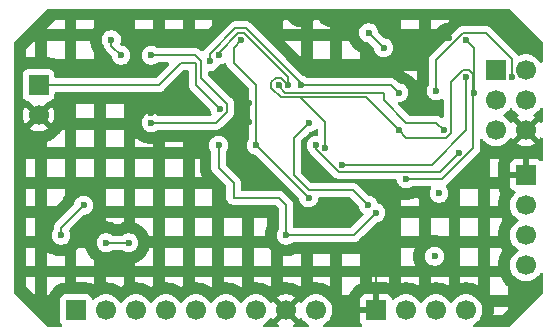
<source format=gbr>
%TF.GenerationSoftware,KiCad,Pcbnew,9.0.4*%
%TF.CreationDate,2025-09-30T03:14:49+08:00*%
%TF.ProjectId,MCU Datalogger,4d435520-4461-4746-916c-6f676765722e,1*%
%TF.SameCoordinates,Original*%
%TF.FileFunction,Copper,L2,Bot*%
%TF.FilePolarity,Positive*%
%FSLAX46Y46*%
G04 Gerber Fmt 4.6, Leading zero omitted, Abs format (unit mm)*
G04 Created by KiCad (PCBNEW 9.0.4) date 2025-09-30 03:14:49*
%MOMM*%
%LPD*%
G01*
G04 APERTURE LIST*
%TA.AperFunction,ComponentPad*%
%ADD10R,1.700000X1.700000*%
%TD*%
%TA.AperFunction,ComponentPad*%
%ADD11C,1.700000*%
%TD*%
%TA.AperFunction,ViaPad*%
%ADD12C,0.600000*%
%TD*%
%TA.AperFunction,Conductor*%
%ADD13C,0.200000*%
%TD*%
G04 APERTURE END LIST*
D10*
%TO.P,J3,1,Pin_1*%
%TO.N,GND*%
X120015000Y-84455000D03*
D11*
%TO.P,J3,2,Pin_2*%
%TO.N,/Vcc*%
X122555000Y-84455000D03*
%TO.P,J3,3,Pin_3*%
%TO.N,/RX*%
X125095000Y-84455000D03*
%TO.P,J3,4,Pin_4*%
%TO.N,/TX*%
X127635000Y-84455000D03*
%TD*%
%TO.P,J1,9,Pin_9*%
%TO.N,/Vcc*%
X114935000Y-84455000D03*
%TO.P,J1,8,Pin_8*%
%TO.N,GND*%
X112395000Y-84455000D03*
%TO.P,J1,7,Pin_7*%
%TO.N,/D8*%
X109855000Y-84455000D03*
%TO.P,J1,6,Pin_6*%
%TO.N,/D7*%
X107315000Y-84455000D03*
%TO.P,J1,5,Pin_5*%
%TO.N,/D6*%
X104775000Y-84455000D03*
%TO.P,J1,4,Pin_4*%
%TO.N,/D5*%
X102235000Y-84455000D03*
%TO.P,J1,3,Pin_3*%
%TO.N,/D4*%
X99695000Y-84455000D03*
%TO.P,J1,2,Pin_2*%
%TO.N,/D3*%
X97155000Y-84455000D03*
D10*
%TO.P,J1,1,Pin_1*%
%TO.N,/D2*%
X94615000Y-84455000D03*
%TD*%
%TO.P,BT1,1,+*%
%TO.N,Net-(BT1-+)*%
X91440000Y-65400000D03*
D11*
%TO.P,BT1,2,-*%
%TO.N,GND*%
X91440000Y-67940000D03*
%TD*%
D10*
%TO.P,J4,1,Pin_1*%
%TO.N,/MISO*%
X130170000Y-64135000D03*
D11*
%TO.P,J4,2,Pin_2*%
%TO.N,/Vcc*%
X132710000Y-64135000D03*
%TO.P,J4,3,Pin_3*%
%TO.N,/SCK*%
X130170000Y-66675000D03*
%TO.P,J4,4,Pin_4*%
%TO.N,/MOSI*%
X132710000Y-66675000D03*
%TO.P,J4,5,Pin_5*%
%TO.N,/RESET*%
X130170000Y-69215000D03*
%TO.P,J4,6,Pin_6*%
%TO.N,GND*%
X132710000Y-69215000D03*
%TD*%
D10*
%TO.P,J2,1,Pin_1*%
%TO.N,GND*%
X132715000Y-73025000D03*
D11*
%TO.P,J2,2,Pin_2*%
%TO.N,/Vcc*%
X132715000Y-75565000D03*
%TO.P,J2,3,Pin_3*%
%TO.N,/SDA*%
X132715000Y-78105000D03*
%TO.P,J2,4,Pin_4*%
%TO.N,/SCK*%
X132715000Y-80645000D03*
%TD*%
D12*
%TO.N,*%
X124968000Y-79883000D03*
X125349000Y-74549000D03*
%TO.N,GND*%
X100965000Y-67779997D03*
%TO.N,Net-(D2-K)*%
X120650000Y-62230000D03*
X119380000Y-60960000D03*
%TO.N,GND*%
X126150764Y-61380764D03*
X122555000Y-62230000D03*
X118110000Y-59690000D03*
%TO.N,/Vcc*%
X98425000Y-62865000D03*
X97611473Y-61560000D03*
%TO.N,GND*%
X116255000Y-59227074D03*
X113665000Y-59220000D03*
%TO.N,/Vcc*%
X97155000Y-78740000D03*
X99060000Y-78740000D03*
%TO.N,GND*%
X120756765Y-79903235D03*
%TO.N,/Vcc*%
X125095000Y-65886000D03*
X131520002Y-64686000D03*
%TO.N,GND*%
X109255000Y-66900227D03*
X109255000Y-68500226D03*
X111175000Y-59227074D03*
X108585000Y-59220000D03*
%TO.N,Net-(U2-X2)*%
X95250000Y-75565000D03*
X93345000Y-78105000D03*
%TO.N,/SCK*%
X100965000Y-62865000D03*
X100965000Y-68580000D03*
%TO.N,Net-(BT1-+)*%
X106786765Y-67416765D03*
%TO.N,Net-(U4-PB6)*%
X120015000Y-76200000D03*
X112395000Y-78105000D03*
X106680000Y-70485000D03*
%TO.N,Net-(U4-PB7)*%
X108585000Y-61595000D03*
X114300000Y-74930000D03*
X109855000Y-70485000D03*
%TO.N,Net-(U4-AREF)*%
X114300000Y-68580000D03*
X119352863Y-75568676D03*
%TO.N,/SCK*%
X122555000Y-73330265D03*
X127635000Y-61595000D03*
X115708660Y-70688604D03*
X121920000Y-69215000D03*
X112560003Y-65405000D03*
X106680000Y-62865000D03*
X128270000Y-66040000D03*
%TO.N,/SDA*%
X113665000Y-65405000D03*
X121920000Y-66040000D03*
X105938235Y-63393235D03*
%TO.N,/RESET*%
X125730000Y-69215000D03*
X111760000Y-65405000D03*
%TO.N,/MOSI*%
X127000000Y-71120000D03*
X114935000Y-70485000D03*
%TO.N,/MISO*%
X117100735Y-72129265D03*
X127635000Y-64686000D03*
%TD*%
D13*
%TO.N,Net-(D2-K)*%
X120650000Y-62230000D02*
X119380000Y-60960000D01*
%TO.N,/Vcc*%
X97611473Y-62051473D02*
X98425000Y-62865000D01*
X97611473Y-61560000D02*
X97611473Y-62051473D01*
%TO.N,GND*%
X116255000Y-59227074D02*
X113672074Y-59227074D01*
X113672074Y-59227074D02*
X113665000Y-59220000D01*
%TO.N,/Vcc*%
X125940029Y-62440029D02*
X125095000Y-63285057D01*
X127386057Y-60994000D02*
X125940029Y-62440029D01*
X97155000Y-78740000D02*
X99060000Y-78740000D01*
%TO.N,GND*%
X120015000Y-80645000D02*
X120015000Y-84455000D01*
X120756765Y-79903235D02*
X120015000Y-80645000D01*
%TO.N,/Vcc*%
X125095000Y-63285057D02*
X125095000Y-65886000D01*
X129331000Y-60994000D02*
X127386057Y-60994000D01*
X131520002Y-63183002D02*
X129331000Y-60994000D01*
X131520002Y-64686000D02*
X131520002Y-63183002D01*
%TO.N,GND*%
X109255000Y-66900227D02*
X109255000Y-68500226D01*
X111175000Y-59227074D02*
X111167926Y-59220000D01*
X111167926Y-59220000D02*
X108585000Y-59220000D01*
%TO.N,Net-(U2-X2)*%
X93345000Y-77470000D02*
X93345000Y-78105000D01*
X95250000Y-75565000D02*
X93345000Y-77470000D01*
%TO.N,/SCK*%
X106473473Y-68580000D02*
X100965000Y-68580000D01*
X107387765Y-66981765D02*
X107387765Y-67665708D01*
X105176000Y-64770000D02*
X107387765Y-66981765D01*
X105176000Y-63333900D02*
X105176000Y-64770000D01*
X104707100Y-62865000D02*
X105176000Y-63333900D01*
X107387765Y-67665708D02*
X106473473Y-68580000D01*
X100965000Y-62865000D02*
X104707100Y-62865000D01*
%TO.N,Net-(BT1-+)*%
X104775000Y-63500000D02*
X103505000Y-63500000D01*
X106786765Y-67416765D02*
X104775000Y-65405000D01*
X101605000Y-65400000D02*
X91440000Y-65400000D01*
X103505000Y-63500000D02*
X101605000Y-65400000D01*
X104775000Y-65405000D02*
X104775000Y-63500000D01*
%TO.N,Net-(U4-PB6)*%
X120015000Y-76200000D02*
X118110000Y-78105000D01*
X118110000Y-78105000D02*
X112395000Y-78105000D01*
X106680000Y-70485000D02*
X106680000Y-72390000D01*
X112395000Y-75565000D02*
X112395000Y-78105000D01*
X106680000Y-72390000D02*
X107950000Y-73660000D01*
X107950000Y-73660000D02*
X107950000Y-74930000D01*
X107950000Y-74930000D02*
X111760000Y-74930000D01*
X111760000Y-74930000D02*
X112395000Y-75565000D01*
%TO.N,Net-(U4-PB7)*%
X114300000Y-74930000D02*
X109855000Y-70485000D01*
X107950000Y-63500000D02*
X107950000Y-62230000D01*
X107950000Y-62230000D02*
X108585000Y-61595000D01*
X109855000Y-65405000D02*
X107950000Y-63500000D01*
X109855000Y-70485000D02*
X109855000Y-65405000D01*
%TO.N,Net-(U4-AREF)*%
X119352863Y-75568676D02*
X118079187Y-74295000D01*
X113030000Y-69850000D02*
X114300000Y-68580000D01*
X114300000Y-74295000D02*
X113030000Y-73025000D01*
X113030000Y-73025000D02*
X113030000Y-69850000D01*
X118079187Y-74295000D02*
X114300000Y-74295000D01*
%TO.N,/SCK*%
X126331000Y-69463943D02*
X125944943Y-69850000D01*
X125944943Y-69850000D02*
X122555000Y-69850000D01*
X113596003Y-66441000D02*
X111946057Y-66441000D01*
X106680000Y-62865000D02*
X106680000Y-62650057D01*
X127883943Y-64085000D02*
X127386057Y-64085000D01*
X106680000Y-62650057D02*
X108336057Y-60994000D01*
X108833943Y-60994000D02*
X112560003Y-64720060D01*
X122555000Y-69850000D02*
X121920000Y-69215000D01*
X111946057Y-66441000D02*
X111159000Y-65653943D01*
X111159000Y-65156057D02*
X111511057Y-64804000D01*
X111159000Y-65653943D02*
X111159000Y-65156057D01*
X112560003Y-65355060D02*
X112560003Y-65405000D01*
X128236000Y-70733943D02*
X128236000Y-64437057D01*
X119146000Y-66441000D02*
X111946057Y-66441000D01*
X115708660Y-70688604D02*
X115708660Y-68553657D01*
X128270000Y-66040000D02*
X128270000Y-62230000D01*
X127386057Y-64085000D02*
X126331000Y-65140057D01*
X115708660Y-68553657D02*
X113596003Y-66441000D01*
X128236000Y-64437057D02*
X127883943Y-64085000D01*
X112008943Y-64804000D02*
X112560003Y-65355060D01*
X126331000Y-65140057D02*
X126331000Y-69463943D01*
X108336057Y-60994000D02*
X108833943Y-60994000D01*
X112560003Y-64720060D02*
X112560003Y-65405000D01*
X122555000Y-73330265D02*
X125639678Y-73330265D01*
X128270000Y-62230000D02*
X127635000Y-61595000D01*
X125639678Y-73330265D02*
X128236000Y-70733943D01*
X121920000Y-69215000D02*
X119146000Y-66441000D01*
X111511057Y-64804000D02*
X112008943Y-64804000D01*
%TO.N,/SDA*%
X105938235Y-63393235D02*
X105938235Y-62756822D01*
X113665000Y-65257957D02*
X113665000Y-65405000D01*
X121285000Y-65405000D02*
X113665000Y-65405000D01*
X105938235Y-62756822D02*
X108102057Y-60593000D01*
X108102057Y-60593000D02*
X109000043Y-60593000D01*
X121920000Y-66040000D02*
X121285000Y-65405000D01*
X109000043Y-60593000D02*
X113665000Y-65257957D01*
%TO.N,/RESET*%
X125095000Y-68580000D02*
X122555000Y-68580000D01*
X125730000Y-69215000D02*
X125095000Y-68580000D01*
X120650000Y-66675000D02*
X120650000Y-66040000D01*
X111760000Y-65454940D02*
X111760000Y-65405000D01*
X112345060Y-66040000D02*
X111760000Y-65454940D01*
X122555000Y-68580000D02*
X120650000Y-66675000D01*
X120650000Y-66040000D02*
X112345060Y-66040000D01*
%TO.N,/MOSI*%
X125389735Y-72730265D02*
X116851792Y-72730265D01*
X114935000Y-70813473D02*
X114935000Y-70485000D01*
X116851792Y-72730265D02*
X114935000Y-70813473D01*
X127000000Y-71120000D02*
X125389735Y-72730265D01*
%TO.N,/MISO*%
X127635000Y-69215000D02*
X124720735Y-72129265D01*
X124720735Y-72129265D02*
X117100735Y-72129265D01*
X127635000Y-64686000D02*
X127635000Y-69215000D01*
%TD*%
%TA.AperFunction,Conductor*%
%TO.N,GND*%
G36*
X131326177Y-58940185D02*
G01*
X131346819Y-58956819D01*
X134083181Y-61693181D01*
X134116666Y-61754504D01*
X134119500Y-61780862D01*
X134119500Y-63410070D01*
X134099815Y-63477109D01*
X134047011Y-63522864D01*
X133977853Y-63532808D01*
X133914297Y-63503783D01*
X133885016Y-63466366D01*
X133865050Y-63427182D01*
X133740109Y-63255213D01*
X133589786Y-63104890D01*
X133417820Y-62979951D01*
X133228414Y-62883444D01*
X133228413Y-62883443D01*
X133228412Y-62883443D01*
X133026243Y-62817754D01*
X133026241Y-62817753D01*
X133026240Y-62817753D01*
X132859233Y-62791302D01*
X132816287Y-62784500D01*
X132603713Y-62784500D01*
X132560767Y-62791302D01*
X132393760Y-62817753D01*
X132191581Y-62883445D01*
X132179647Y-62889526D01*
X132110977Y-62902421D01*
X132046238Y-62876142D01*
X132015967Y-62841038D01*
X132000524Y-62814289D01*
X132000523Y-62814288D01*
X132000522Y-62814286D01*
X131888718Y-62702482D01*
X131888717Y-62702481D01*
X131884387Y-62698151D01*
X131884376Y-62698141D01*
X129818590Y-60632355D01*
X129818588Y-60632352D01*
X129699717Y-60513481D01*
X129699709Y-60513475D01*
X129597948Y-60454724D01*
X129597945Y-60454723D01*
X129562786Y-60434423D01*
X129562787Y-60434423D01*
X129493702Y-60415912D01*
X129410057Y-60393499D01*
X129251943Y-60393499D01*
X129244347Y-60393499D01*
X129244331Y-60393500D01*
X127306999Y-60393500D01*
X127154269Y-60434423D01*
X127119112Y-60454723D01*
X127119109Y-60454724D01*
X127017347Y-60513475D01*
X127017339Y-60513481D01*
X126905535Y-60625286D01*
X125571314Y-61959509D01*
X124726286Y-62804535D01*
X124614481Y-62916339D01*
X124614479Y-62916342D01*
X124572759Y-62988605D01*
X124572758Y-62988607D01*
X124535423Y-63053271D01*
X124494500Y-63205999D01*
X124494499Y-63206001D01*
X124494499Y-63374102D01*
X124494500Y-63374115D01*
X124494500Y-65306234D01*
X124474815Y-65373273D01*
X124473602Y-65375125D01*
X124385609Y-65506814D01*
X124385602Y-65506827D01*
X124325264Y-65652498D01*
X124325261Y-65652510D01*
X124294500Y-65807153D01*
X124294500Y-65964846D01*
X124325261Y-66119489D01*
X124325264Y-66119501D01*
X124385602Y-66265172D01*
X124385609Y-66265185D01*
X124473210Y-66396288D01*
X124473213Y-66396292D01*
X124584707Y-66507786D01*
X124584711Y-66507789D01*
X124715814Y-66595390D01*
X124715827Y-66595397D01*
X124861498Y-66655735D01*
X124861503Y-66655737D01*
X125016153Y-66686499D01*
X125016156Y-66686500D01*
X125016158Y-66686500D01*
X125173844Y-66686500D01*
X125173845Y-66686499D01*
X125328497Y-66655737D01*
X125474179Y-66595394D01*
X125474184Y-66595390D01*
X125474187Y-66595389D01*
X125537608Y-66553012D01*
X125604285Y-66532133D01*
X125671666Y-66550617D01*
X125718356Y-66602595D01*
X125730500Y-66656113D01*
X125730500Y-68066902D01*
X125710815Y-68133941D01*
X125658011Y-68179696D01*
X125588853Y-68189640D01*
X125525297Y-68160615D01*
X125518819Y-68154583D01*
X125463717Y-68099481D01*
X125463709Y-68099475D01*
X125351036Y-68034424D01*
X125351035Y-68034423D01*
X125333989Y-68024582D01*
X125326785Y-68020423D01*
X125174057Y-67979499D01*
X125015943Y-67979499D01*
X125008347Y-67979499D01*
X125008331Y-67979500D01*
X122855097Y-67979500D01*
X122788058Y-67959815D01*
X122767416Y-67943181D01*
X121876416Y-67052181D01*
X121842931Y-66990858D01*
X121847915Y-66921166D01*
X121889787Y-66865233D01*
X121955251Y-66840816D01*
X121964097Y-66840500D01*
X121998844Y-66840500D01*
X121998845Y-66840499D01*
X122153497Y-66809737D01*
X122266166Y-66763067D01*
X122299172Y-66749397D01*
X122299172Y-66749396D01*
X122299179Y-66749394D01*
X122430289Y-66661789D01*
X122541789Y-66550289D01*
X122629394Y-66419179D01*
X122689737Y-66273497D01*
X122720500Y-66118842D01*
X122720500Y-65961158D01*
X122720500Y-65961155D01*
X122720499Y-65961153D01*
X122705455Y-65885521D01*
X122689737Y-65806503D01*
X122685061Y-65795213D01*
X122629397Y-65660827D01*
X122629390Y-65660814D01*
X122541789Y-65529711D01*
X122541786Y-65529707D01*
X122430292Y-65418213D01*
X122430288Y-65418210D01*
X122299185Y-65330609D01*
X122299172Y-65330602D01*
X122153501Y-65270264D01*
X122153491Y-65270261D01*
X121998149Y-65239361D01*
X121936238Y-65206976D01*
X121934660Y-65205425D01*
X121772590Y-65043355D01*
X121772588Y-65043352D01*
X121653717Y-64924481D01*
X121653716Y-64924480D01*
X121566904Y-64874360D01*
X121566904Y-64874359D01*
X121566900Y-64874358D01*
X121516785Y-64845423D01*
X121364057Y-64804499D01*
X121205943Y-64804499D01*
X121198347Y-64804499D01*
X121198331Y-64804500D01*
X114244766Y-64804500D01*
X114177727Y-64784815D01*
X114175875Y-64783602D01*
X114044185Y-64695609D01*
X114044172Y-64695602D01*
X113909410Y-64639783D01*
X113869181Y-64612903D01*
X113424778Y-64168500D01*
X122305710Y-64168500D01*
X122330382Y-64190137D01*
X122336303Y-64195682D01*
X122461371Y-64320749D01*
X122466664Y-64322355D01*
X122472440Y-64324263D01*
X122507101Y-64336665D01*
X122512778Y-64338855D01*
X122703728Y-64417948D01*
X122709292Y-64420414D01*
X122742574Y-64436155D01*
X122748009Y-64438891D01*
X122791230Y-64461992D01*
X122796525Y-64464991D01*
X122828118Y-64483926D01*
X122833263Y-64487184D01*
X123005122Y-64602017D01*
X123010098Y-64605522D01*
X123039671Y-64627455D01*
X123044469Y-64631199D01*
X123082351Y-64662288D01*
X123086958Y-64666262D01*
X123114245Y-64690993D01*
X123118654Y-64695191D01*
X123264809Y-64841346D01*
X123269007Y-64845755D01*
X123293738Y-64873042D01*
X123297712Y-64877649D01*
X123328801Y-64915531D01*
X123332545Y-64920329D01*
X123354478Y-64949902D01*
X123357983Y-64954878D01*
X123466641Y-65117496D01*
X123472948Y-65102272D01*
X123475414Y-65096708D01*
X123491155Y-65063426D01*
X123493890Y-65057992D01*
X123496500Y-65053108D01*
X123496500Y-64168500D01*
X122305710Y-64168500D01*
X113424778Y-64168500D01*
X112426778Y-63170500D01*
X114648500Y-63170500D01*
X116150500Y-63170500D01*
X117148500Y-63170500D01*
X118650500Y-63170500D01*
X118650500Y-62604513D01*
X118596272Y-62582052D01*
X118590708Y-62579586D01*
X118557426Y-62563845D01*
X118551991Y-62561109D01*
X118508770Y-62538008D01*
X118503475Y-62535009D01*
X118471882Y-62516074D01*
X118466737Y-62512816D01*
X118294878Y-62397983D01*
X118289902Y-62394478D01*
X118260329Y-62372545D01*
X118255531Y-62368801D01*
X118217649Y-62337712D01*
X118213042Y-62333738D01*
X118185755Y-62309007D01*
X118181346Y-62304809D01*
X118035191Y-62158654D01*
X118030993Y-62154245D01*
X118006262Y-62126958D01*
X118002288Y-62122351D01*
X117971199Y-62084469D01*
X117967455Y-62079671D01*
X117945522Y-62050098D01*
X117942017Y-62045122D01*
X117827184Y-61873263D01*
X117823926Y-61868118D01*
X117804991Y-61836525D01*
X117801992Y-61831230D01*
X117778891Y-61788009D01*
X117776155Y-61782574D01*
X117760414Y-61749292D01*
X117757948Y-61743728D01*
X117726788Y-61668500D01*
X117148500Y-61668500D01*
X117148500Y-63170500D01*
X116150500Y-63170500D01*
X116150500Y-61668500D01*
X114648500Y-61668500D01*
X114648500Y-63170500D01*
X112426778Y-63170500D01*
X110924778Y-61668500D01*
X112336162Y-61668500D01*
X113650500Y-62982838D01*
X113650500Y-61668500D01*
X112336162Y-61668500D01*
X110924778Y-61668500D01*
X110137431Y-60881153D01*
X118579500Y-60881153D01*
X118579500Y-61038846D01*
X118610261Y-61193489D01*
X118610264Y-61193501D01*
X118670602Y-61339172D01*
X118670609Y-61339185D01*
X118758210Y-61470288D01*
X118758213Y-61470292D01*
X118869707Y-61581786D01*
X118869711Y-61581789D01*
X119000814Y-61669390D01*
X119000827Y-61669397D01*
X119113790Y-61716187D01*
X119146503Y-61729737D01*
X119211147Y-61742595D01*
X119301849Y-61760638D01*
X119363760Y-61793023D01*
X119365339Y-61794574D01*
X119815425Y-62244660D01*
X119848910Y-62305983D01*
X119849361Y-62308149D01*
X119880261Y-62463491D01*
X119880264Y-62463501D01*
X119940602Y-62609172D01*
X119940609Y-62609185D01*
X120028210Y-62740288D01*
X120028213Y-62740292D01*
X120139707Y-62851786D01*
X120139711Y-62851789D01*
X120270814Y-62939390D01*
X120270827Y-62939397D01*
X120416498Y-62999735D01*
X120416503Y-62999737D01*
X120571153Y-63030499D01*
X120571156Y-63030500D01*
X120571158Y-63030500D01*
X120728844Y-63030500D01*
X120728845Y-63030499D01*
X120883497Y-62999737D01*
X121018436Y-62943844D01*
X121029172Y-62939397D01*
X121029172Y-62939396D01*
X121029179Y-62939394D01*
X121160289Y-62851789D01*
X121271789Y-62740289D01*
X121359394Y-62609179D01*
X121419737Y-62463497D01*
X121450500Y-62308842D01*
X121450500Y-62151158D01*
X121450500Y-62151155D01*
X121450499Y-62151153D01*
X121439381Y-62095261D01*
X121419737Y-61996503D01*
X121404414Y-61959509D01*
X121359397Y-61850827D01*
X121359390Y-61850814D01*
X121271789Y-61719711D01*
X121271786Y-61719707D01*
X121160292Y-61608213D01*
X121160288Y-61608210D01*
X121029185Y-61520609D01*
X121029172Y-61520602D01*
X120883501Y-61460264D01*
X120883491Y-61460261D01*
X120728149Y-61429361D01*
X120666238Y-61396976D01*
X120664660Y-61395425D01*
X120214574Y-60945339D01*
X120181089Y-60884016D01*
X120180638Y-60881849D01*
X120162419Y-60790261D01*
X120149737Y-60726503D01*
X120126540Y-60670500D01*
X122148500Y-60670500D01*
X123650500Y-60670500D01*
X124648500Y-60670500D01*
X125092051Y-60670500D01*
X125173275Y-60558704D01*
X125185912Y-60543908D01*
X125313908Y-60415912D01*
X125328704Y-60403275D01*
X125475148Y-60296878D01*
X125491738Y-60286711D01*
X125653022Y-60204532D01*
X125670999Y-60197086D01*
X125843154Y-60141150D01*
X125862074Y-60136608D01*
X126005554Y-60113882D01*
X126150500Y-59968937D01*
X126150500Y-59918500D01*
X124648500Y-59918500D01*
X124648500Y-60670500D01*
X123650500Y-60670500D01*
X123650500Y-59918500D01*
X122148500Y-59918500D01*
X122148500Y-60670500D01*
X120126540Y-60670500D01*
X120089397Y-60580827D01*
X120089390Y-60580814D01*
X120001789Y-60449711D01*
X120001786Y-60449707D01*
X119890292Y-60338213D01*
X119890288Y-60338210D01*
X119759185Y-60250609D01*
X119759172Y-60250602D01*
X119613501Y-60190264D01*
X119613489Y-60190261D01*
X119458845Y-60159500D01*
X119458842Y-60159500D01*
X119301158Y-60159500D01*
X119301155Y-60159500D01*
X119146510Y-60190261D01*
X119146498Y-60190264D01*
X119000827Y-60250602D01*
X119000814Y-60250609D01*
X118869711Y-60338210D01*
X118869707Y-60338213D01*
X118758213Y-60449707D01*
X118758210Y-60449711D01*
X118670609Y-60580814D01*
X118670602Y-60580827D01*
X118610264Y-60726498D01*
X118610261Y-60726510D01*
X118579500Y-60881153D01*
X110137431Y-60881153D01*
X109487633Y-60231355D01*
X109487631Y-60231352D01*
X109368760Y-60112481D01*
X109368759Y-60112480D01*
X109281947Y-60062360D01*
X109281947Y-60062359D01*
X109281943Y-60062358D01*
X109267128Y-60053804D01*
X112148500Y-60053804D01*
X112148500Y-60670500D01*
X113650500Y-60670500D01*
X113650500Y-60494000D01*
X113574493Y-60494000D01*
X113555095Y-60492473D01*
X113376310Y-60464156D01*
X113357390Y-60459614D01*
X113185235Y-60403678D01*
X113167258Y-60396232D01*
X113005974Y-60314053D01*
X112989384Y-60303886D01*
X112842940Y-60197489D01*
X112828144Y-60184852D01*
X112700148Y-60056856D01*
X112687511Y-60042060D01*
X112681500Y-60033786D01*
X114648500Y-60033786D01*
X114648500Y-60670500D01*
X116150500Y-60670500D01*
X116150500Y-60499972D01*
X116145095Y-60499547D01*
X115966310Y-60471230D01*
X115947390Y-60466688D01*
X115775235Y-60410752D01*
X115757258Y-60403306D01*
X115595974Y-60321127D01*
X115579384Y-60310960D01*
X115432940Y-60204563D01*
X115418144Y-60191926D01*
X115290148Y-60063930D01*
X115277511Y-60049134D01*
X115182601Y-59918500D01*
X114732260Y-59918500D01*
X114648500Y-60033786D01*
X112681500Y-60033786D01*
X112597740Y-59918500D01*
X112247399Y-59918500D01*
X112152489Y-60049134D01*
X112148500Y-60053804D01*
X109267128Y-60053804D01*
X109231828Y-60033423D01*
X109079100Y-59992499D01*
X108920986Y-59992499D01*
X108913390Y-59992499D01*
X108913374Y-59992500D01*
X108022997Y-59992500D01*
X107982076Y-60003464D01*
X107982076Y-60003465D01*
X107944808Y-60013451D01*
X107870271Y-60033423D01*
X107870266Y-60033426D01*
X107733347Y-60112475D01*
X107733339Y-60112481D01*
X105457716Y-62388104D01*
X105457714Y-62388107D01*
X105439196Y-62420182D01*
X105411521Y-62468118D01*
X105407596Y-62474916D01*
X105407593Y-62474921D01*
X105400055Y-62487976D01*
X105349486Y-62536190D01*
X105280878Y-62549410D01*
X105216014Y-62523440D01*
X105204989Y-62513653D01*
X105075817Y-62384481D01*
X105075816Y-62384480D01*
X104989004Y-62334360D01*
X104989004Y-62334359D01*
X104989000Y-62334358D01*
X104938885Y-62305423D01*
X104786157Y-62264499D01*
X104628043Y-62264499D01*
X104620447Y-62264499D01*
X104620431Y-62264500D01*
X101544766Y-62264500D01*
X101477727Y-62244815D01*
X101475875Y-62243602D01*
X101344185Y-62155609D01*
X101344172Y-62155602D01*
X101198501Y-62095264D01*
X101198489Y-62095261D01*
X101043845Y-62064500D01*
X101043842Y-62064500D01*
X100886158Y-62064500D01*
X100886155Y-62064500D01*
X100731510Y-62095261D01*
X100731498Y-62095264D01*
X100585827Y-62155602D01*
X100585814Y-62155609D01*
X100454711Y-62243210D01*
X100454707Y-62243213D01*
X100343213Y-62354707D01*
X100343210Y-62354711D01*
X100255609Y-62485814D01*
X100255602Y-62485827D01*
X100195264Y-62631498D01*
X100195261Y-62631510D01*
X100164500Y-62786153D01*
X100164500Y-62943846D01*
X100195261Y-63098489D01*
X100195264Y-63098501D01*
X100255602Y-63244172D01*
X100255609Y-63244185D01*
X100343210Y-63375288D01*
X100343213Y-63375292D01*
X100454707Y-63486786D01*
X100454711Y-63486789D01*
X100585814Y-63574390D01*
X100585827Y-63574397D01*
X100664894Y-63607147D01*
X100731503Y-63634737D01*
X100886153Y-63665499D01*
X100886156Y-63665500D01*
X100886158Y-63665500D01*
X101043844Y-63665500D01*
X101043845Y-63665499D01*
X101198497Y-63634737D01*
X101311166Y-63588067D01*
X101344172Y-63574397D01*
X101344172Y-63574396D01*
X101344179Y-63574394D01*
X101378116Y-63551718D01*
X101475875Y-63486398D01*
X101542553Y-63465520D01*
X101544766Y-63465500D01*
X102390902Y-63465500D01*
X102457941Y-63485185D01*
X102503696Y-63537989D01*
X102513640Y-63607147D01*
X102484615Y-63670703D01*
X102478583Y-63677181D01*
X101392584Y-64763181D01*
X101331261Y-64796666D01*
X101304903Y-64799500D01*
X92914499Y-64799500D01*
X92847460Y-64779815D01*
X92801705Y-64727011D01*
X92790499Y-64675500D01*
X92790499Y-64502129D01*
X92790498Y-64502123D01*
X92790497Y-64502116D01*
X92784091Y-64442517D01*
X92774927Y-64417948D01*
X92733797Y-64307671D01*
X92733793Y-64307664D01*
X92647547Y-64192455D01*
X92647544Y-64192452D01*
X92532335Y-64106206D01*
X92532328Y-64106202D01*
X92397482Y-64055908D01*
X92397483Y-64055908D01*
X92337883Y-64049501D01*
X92337881Y-64049500D01*
X92337873Y-64049500D01*
X92337864Y-64049500D01*
X90542129Y-64049500D01*
X90542123Y-64049501D01*
X90482516Y-64055908D01*
X90347671Y-64106202D01*
X90347664Y-64106206D01*
X90232455Y-64192452D01*
X90232452Y-64192455D01*
X90146206Y-64307664D01*
X90146202Y-64307671D01*
X90095908Y-64442517D01*
X90089501Y-64502116D01*
X90089501Y-64502123D01*
X90089500Y-64502135D01*
X90089500Y-66297870D01*
X90089501Y-66297876D01*
X90095908Y-66357483D01*
X90146202Y-66492328D01*
X90146206Y-66492335D01*
X90232452Y-66607544D01*
X90232455Y-66607547D01*
X90347664Y-66693793D01*
X90347671Y-66693797D01*
X90392618Y-66710561D01*
X90482517Y-66744091D01*
X90542127Y-66750500D01*
X90552685Y-66750499D01*
X90619723Y-66770179D01*
X90640372Y-66786818D01*
X91310591Y-67457037D01*
X91247007Y-67474075D01*
X91132993Y-67539901D01*
X91039901Y-67632993D01*
X90974075Y-67747007D01*
X90957037Y-67810591D01*
X90324728Y-67178282D01*
X90324727Y-67178282D01*
X90285380Y-67232439D01*
X90188904Y-67421782D01*
X90123242Y-67623869D01*
X90123242Y-67623872D01*
X90090000Y-67833753D01*
X90090000Y-68046246D01*
X90123242Y-68256127D01*
X90123242Y-68256130D01*
X90188904Y-68458217D01*
X90285375Y-68647550D01*
X90324728Y-68701716D01*
X90957037Y-68069408D01*
X90974075Y-68132993D01*
X91039901Y-68247007D01*
X91132993Y-68340099D01*
X91247007Y-68405925D01*
X91310590Y-68422962D01*
X90678282Y-69055269D01*
X90678282Y-69055270D01*
X90732449Y-69094624D01*
X90921782Y-69191095D01*
X91123870Y-69256757D01*
X91333754Y-69290000D01*
X91546246Y-69290000D01*
X91756127Y-69256757D01*
X91756130Y-69256757D01*
X91958217Y-69191095D01*
X92147554Y-69094622D01*
X92201716Y-69055270D01*
X92201717Y-69055270D01*
X91569408Y-68422962D01*
X91632993Y-68405925D01*
X91747007Y-68340099D01*
X91840099Y-68247007D01*
X91905925Y-68132993D01*
X91922962Y-68069408D01*
X92555270Y-68701717D01*
X92555270Y-68701716D01*
X92594622Y-68647554D01*
X92691095Y-68458217D01*
X92756757Y-68256130D01*
X92756757Y-68256127D01*
X92770319Y-68170500D01*
X94648500Y-68170500D01*
X96150500Y-68170500D01*
X97148500Y-68170500D01*
X98650500Y-68170500D01*
X98650500Y-66998500D01*
X97148500Y-66998500D01*
X97148500Y-68170500D01*
X96150500Y-68170500D01*
X96150500Y-66998500D01*
X94648500Y-66998500D01*
X94648500Y-68170500D01*
X92770319Y-68170500D01*
X92790000Y-68046246D01*
X92790000Y-67833753D01*
X92756757Y-67623872D01*
X92756757Y-67623869D01*
X92691095Y-67421782D01*
X92594624Y-67232449D01*
X92555270Y-67178282D01*
X92555269Y-67178282D01*
X91922962Y-67810590D01*
X91905925Y-67747007D01*
X91840099Y-67632993D01*
X91747007Y-67539901D01*
X91632993Y-67474075D01*
X91569409Y-67457037D01*
X92239627Y-66786818D01*
X92300950Y-66753333D01*
X92327307Y-66750499D01*
X92337872Y-66750499D01*
X92397483Y-66744091D01*
X92532331Y-66693796D01*
X92647546Y-66607546D01*
X92733796Y-66492331D01*
X92784091Y-66357483D01*
X92790500Y-66297873D01*
X92790500Y-66124500D01*
X92810185Y-66057461D01*
X92862989Y-66011706D01*
X92914500Y-66000500D01*
X101518331Y-66000500D01*
X101518347Y-66000501D01*
X101525943Y-66000501D01*
X101684054Y-66000501D01*
X101684057Y-66000501D01*
X101836785Y-65959577D01*
X101886904Y-65930639D01*
X101973716Y-65880520D01*
X102085520Y-65768716D01*
X102085520Y-65768714D01*
X102095728Y-65758507D01*
X102095729Y-65758504D01*
X103717417Y-64136819D01*
X103778740Y-64103334D01*
X103805098Y-64100500D01*
X104050500Y-64100500D01*
X104117539Y-64120185D01*
X104163294Y-64172989D01*
X104174500Y-64224500D01*
X104174500Y-65318330D01*
X104174499Y-65318348D01*
X104174499Y-65484054D01*
X104174498Y-65484054D01*
X104215424Y-65636789D01*
X104215425Y-65636790D01*
X104235340Y-65671283D01*
X104235341Y-65671284D01*
X104294477Y-65773712D01*
X104294481Y-65773717D01*
X104413349Y-65892585D01*
X104413355Y-65892590D01*
X105952190Y-67431425D01*
X105985675Y-67492748D01*
X105986126Y-67494914D01*
X106017026Y-67650256D01*
X106017029Y-67650266D01*
X106077368Y-67795939D01*
X106077960Y-67797046D01*
X106078094Y-67797692D01*
X106079702Y-67801573D01*
X106078966Y-67801877D01*
X106092202Y-67865449D01*
X106067202Y-67930693D01*
X106010897Y-67972064D01*
X105968602Y-67979500D01*
X101544766Y-67979500D01*
X101477727Y-67959815D01*
X101475875Y-67958602D01*
X101344185Y-67870609D01*
X101344172Y-67870602D01*
X101198501Y-67810264D01*
X101198489Y-67810261D01*
X101043845Y-67779500D01*
X101043842Y-67779500D01*
X100886158Y-67779500D01*
X100886155Y-67779500D01*
X100731510Y-67810261D01*
X100731498Y-67810264D01*
X100585827Y-67870602D01*
X100585814Y-67870609D01*
X100454711Y-67958210D01*
X100454707Y-67958213D01*
X100343213Y-68069707D01*
X100343210Y-68069711D01*
X100255609Y-68200814D01*
X100255602Y-68200827D01*
X100195264Y-68346498D01*
X100195261Y-68346510D01*
X100164500Y-68501153D01*
X100164500Y-68658846D01*
X100195261Y-68813489D01*
X100195264Y-68813501D01*
X100255602Y-68959172D01*
X100255609Y-68959185D01*
X100343210Y-69090288D01*
X100343213Y-69090292D01*
X100454707Y-69201786D01*
X100454711Y-69201789D01*
X100585814Y-69289390D01*
X100585827Y-69289397D01*
X100731498Y-69349735D01*
X100731503Y-69349737D01*
X100886153Y-69380499D01*
X100886156Y-69380500D01*
X100886158Y-69380500D01*
X101043844Y-69380500D01*
X101043845Y-69380499D01*
X101198497Y-69349737D01*
X101311166Y-69303067D01*
X101344172Y-69289397D01*
X101344172Y-69289396D01*
X101344179Y-69289394D01*
X101357002Y-69280826D01*
X101475875Y-69201398D01*
X101542553Y-69180520D01*
X101544766Y-69180500D01*
X106386804Y-69180500D01*
X106386820Y-69180501D01*
X106394416Y-69180501D01*
X106552527Y-69180501D01*
X106552530Y-69180501D01*
X106705258Y-69139577D01*
X106755377Y-69110639D01*
X106842189Y-69060520D01*
X106953993Y-68948716D01*
X106953993Y-68948714D01*
X106964201Y-68938507D01*
X106964203Y-68938504D01*
X107756478Y-68146229D01*
X107756481Y-68146228D01*
X107868285Y-68034424D01*
X107918404Y-67947612D01*
X107947342Y-67897493D01*
X107988265Y-67744765D01*
X107988265Y-67586651D01*
X107988265Y-66902708D01*
X107947342Y-66749980D01*
X107913001Y-66690500D01*
X107868285Y-66613049D01*
X107756481Y-66501245D01*
X107756480Y-66501244D01*
X107752150Y-66496914D01*
X107752139Y-66496904D01*
X105812819Y-64557584D01*
X105779334Y-64496261D01*
X105776500Y-64469903D01*
X105776500Y-64317735D01*
X105796185Y-64250696D01*
X105848989Y-64204941D01*
X105900500Y-64193735D01*
X106017079Y-64193735D01*
X106017080Y-64193734D01*
X106171732Y-64162972D01*
X106317414Y-64102629D01*
X106448524Y-64015024D01*
X106560024Y-63903524D01*
X106647629Y-63772414D01*
X106660624Y-63741038D01*
X106704464Y-63686635D01*
X106753265Y-63668687D01*
X106752868Y-63666689D01*
X106839334Y-63649488D01*
X106913497Y-63634737D01*
X107026166Y-63588067D01*
X107059172Y-63574397D01*
X107059172Y-63574396D01*
X107059179Y-63574394D01*
X107160475Y-63506709D01*
X107227152Y-63485832D01*
X107294532Y-63504316D01*
X107341223Y-63556295D01*
X107349141Y-63577718D01*
X107349499Y-63579054D01*
X107349499Y-63579057D01*
X107390423Y-63731785D01*
X107413884Y-63772420D01*
X107419358Y-63781900D01*
X107419359Y-63781904D01*
X107419360Y-63781904D01*
X107469479Y-63868714D01*
X107469481Y-63868717D01*
X107588349Y-63987585D01*
X107588355Y-63987590D01*
X109218181Y-65617416D01*
X109251666Y-65678739D01*
X109254500Y-65705097D01*
X109254500Y-69905234D01*
X109234815Y-69972273D01*
X109233602Y-69974125D01*
X109145609Y-70105814D01*
X109145602Y-70105827D01*
X109085264Y-70251498D01*
X109085261Y-70251510D01*
X109054500Y-70406153D01*
X109054500Y-70563846D01*
X109085261Y-70718489D01*
X109085264Y-70718501D01*
X109145602Y-70864172D01*
X109145609Y-70864185D01*
X109233210Y-70995288D01*
X109233213Y-70995292D01*
X109344707Y-71106786D01*
X109344711Y-71106789D01*
X109475814Y-71194390D01*
X109475827Y-71194397D01*
X109621498Y-71254735D01*
X109621503Y-71254737D01*
X109686147Y-71267595D01*
X109776849Y-71285638D01*
X109838760Y-71318023D01*
X109840339Y-71319574D01*
X113465425Y-74944660D01*
X113498910Y-75005983D01*
X113499361Y-75008149D01*
X113530261Y-75163491D01*
X113530264Y-75163501D01*
X113590602Y-75309172D01*
X113590609Y-75309185D01*
X113678210Y-75440288D01*
X113678213Y-75440292D01*
X113789707Y-75551786D01*
X113789711Y-75551789D01*
X113920814Y-75639390D01*
X113920827Y-75639397D01*
X114042288Y-75689707D01*
X114066503Y-75699737D01*
X114221153Y-75730499D01*
X114221156Y-75730500D01*
X114221158Y-75730500D01*
X114378844Y-75730500D01*
X114378845Y-75730499D01*
X114533497Y-75699737D01*
X114668436Y-75643844D01*
X114679172Y-75639397D01*
X114679172Y-75639396D01*
X114679179Y-75639394D01*
X114810289Y-75551789D01*
X114921789Y-75440289D01*
X115009394Y-75309179D01*
X115013728Y-75298717D01*
X115058965Y-75189503D01*
X115069737Y-75163497D01*
X115096011Y-75031410D01*
X115100498Y-75008853D01*
X115100498Y-75008851D01*
X115100500Y-75008842D01*
X115100500Y-75008832D01*
X115100646Y-75007354D01*
X115100942Y-75006618D01*
X115101689Y-75002868D01*
X115102400Y-75003009D01*
X115126803Y-74942565D01*
X115183835Y-74902202D01*
X115224050Y-74895500D01*
X117779090Y-74895500D01*
X117846129Y-74915185D01*
X117866771Y-74931819D01*
X118518288Y-75583336D01*
X118551773Y-75644659D01*
X118552224Y-75646825D01*
X118583124Y-75802167D01*
X118583127Y-75802177D01*
X118643465Y-75947848D01*
X118643472Y-75947861D01*
X118731073Y-76078964D01*
X118731076Y-76078968D01*
X118842571Y-76190463D01*
X118842574Y-76190465D01*
X118916398Y-76239793D01*
X118961202Y-76293403D01*
X118969910Y-76362728D01*
X118939756Y-76425756D01*
X118935188Y-76430575D01*
X117897584Y-77468181D01*
X117836261Y-77501666D01*
X117809903Y-77504500D01*
X113119500Y-77504500D01*
X113052461Y-77484815D01*
X113006706Y-77432011D01*
X112995500Y-77380500D01*
X112995500Y-75654060D01*
X112995501Y-75654047D01*
X112995501Y-75485944D01*
X112995501Y-75485943D01*
X112954577Y-75333216D01*
X112950852Y-75326764D01*
X112875524Y-75196290D01*
X112875518Y-75196282D01*
X112247590Y-74568355D01*
X112247588Y-74568352D01*
X112128717Y-74449481D01*
X112128716Y-74449480D01*
X112041904Y-74399360D01*
X112041904Y-74399359D01*
X112041900Y-74399358D01*
X111991785Y-74370423D01*
X111839057Y-74329499D01*
X111680943Y-74329499D01*
X111673347Y-74329499D01*
X111673331Y-74329500D01*
X108674500Y-74329500D01*
X108607461Y-74309815D01*
X108561706Y-74257011D01*
X108550500Y-74205500D01*
X108550500Y-73580945D01*
X108550498Y-73580936D01*
X108545897Y-73563762D01*
X108509577Y-73428215D01*
X108480639Y-73378095D01*
X108430520Y-73291284D01*
X108318716Y-73179480D01*
X108318715Y-73179479D01*
X108314385Y-73175149D01*
X108314374Y-73175139D01*
X107316819Y-72177584D01*
X107283334Y-72116261D01*
X107280500Y-72089903D01*
X107280500Y-71064765D01*
X107300185Y-70997726D01*
X107301398Y-70995874D01*
X107389390Y-70864185D01*
X107389390Y-70864184D01*
X107389394Y-70864179D01*
X107449737Y-70718497D01*
X107480500Y-70563842D01*
X107480500Y-70406158D01*
X107480500Y-70406155D01*
X107480499Y-70406153D01*
X107449737Y-70251503D01*
X107447089Y-70245109D01*
X107389397Y-70105827D01*
X107389390Y-70105814D01*
X107301789Y-69974711D01*
X107301786Y-69974707D01*
X107190292Y-69863213D01*
X107190288Y-69863210D01*
X107059185Y-69775609D01*
X107059172Y-69775602D01*
X106913501Y-69715264D01*
X106913489Y-69715261D01*
X106758845Y-69684500D01*
X106758842Y-69684500D01*
X106601158Y-69684500D01*
X106601155Y-69684500D01*
X106446510Y-69715261D01*
X106446498Y-69715264D01*
X106300827Y-69775602D01*
X106300814Y-69775609D01*
X106169711Y-69863210D01*
X106169707Y-69863213D01*
X106058213Y-69974707D01*
X106058210Y-69974711D01*
X105970609Y-70105814D01*
X105970602Y-70105827D01*
X105910264Y-70251498D01*
X105910261Y-70251510D01*
X105879500Y-70406153D01*
X105879500Y-70563846D01*
X105910261Y-70718489D01*
X105910264Y-70718501D01*
X105970602Y-70864172D01*
X105970609Y-70864185D01*
X106058602Y-70995874D01*
X106079480Y-71062551D01*
X106079500Y-71064765D01*
X106079500Y-72303330D01*
X106079499Y-72303348D01*
X106079499Y-72469054D01*
X106079498Y-72469054D01*
X106079499Y-72469057D01*
X106120423Y-72621785D01*
X106120424Y-72621787D01*
X106120423Y-72621787D01*
X106127788Y-72634542D01*
X106127789Y-72634543D01*
X106199477Y-72758712D01*
X106199481Y-72758717D01*
X106318349Y-72877585D01*
X106318355Y-72877590D01*
X107313181Y-73872416D01*
X107346666Y-73933739D01*
X107349500Y-73960097D01*
X107349500Y-74850942D01*
X107349500Y-74850943D01*
X107349500Y-75009057D01*
X107383542Y-75136101D01*
X107390423Y-75161783D01*
X107390426Y-75161790D01*
X107469475Y-75298709D01*
X107469479Y-75298714D01*
X107469480Y-75298716D01*
X107581284Y-75410520D01*
X107581286Y-75410521D01*
X107581290Y-75410524D01*
X107664757Y-75458713D01*
X107718216Y-75489577D01*
X107870943Y-75530500D01*
X111459903Y-75530500D01*
X111526942Y-75550185D01*
X111547584Y-75566819D01*
X111758181Y-75777416D01*
X111791666Y-75838739D01*
X111794500Y-75865097D01*
X111794500Y-77525234D01*
X111774815Y-77592273D01*
X111773602Y-77594125D01*
X111685609Y-77725814D01*
X111685602Y-77725827D01*
X111625264Y-77871498D01*
X111625261Y-77871510D01*
X111594500Y-78026153D01*
X111594500Y-78183846D01*
X111625261Y-78338489D01*
X111625264Y-78338501D01*
X111685602Y-78484172D01*
X111685609Y-78484185D01*
X111773210Y-78615288D01*
X111773213Y-78615292D01*
X111884707Y-78726786D01*
X111884711Y-78726789D01*
X112015814Y-78814390D01*
X112015827Y-78814397D01*
X112161498Y-78874735D01*
X112161503Y-78874737D01*
X112316153Y-78905499D01*
X112316156Y-78905500D01*
X112316158Y-78905500D01*
X112473844Y-78905500D01*
X112473845Y-78905499D01*
X112628497Y-78874737D01*
X112763436Y-78818844D01*
X112774172Y-78814397D01*
X112774172Y-78814396D01*
X112774179Y-78814394D01*
X112806036Y-78793108D01*
X112905875Y-78726398D01*
X112972553Y-78705520D01*
X112974766Y-78705500D01*
X118023331Y-78705500D01*
X118023347Y-78705501D01*
X118030943Y-78705501D01*
X118189054Y-78705501D01*
X118189057Y-78705501D01*
X118341785Y-78664577D01*
X118391904Y-78635639D01*
X118478716Y-78585520D01*
X118590520Y-78473716D01*
X118590520Y-78473714D01*
X118600728Y-78463507D01*
X118600729Y-78463504D01*
X118893733Y-78170500D01*
X122148500Y-78170500D01*
X123650500Y-78170500D01*
X123650500Y-78112818D01*
X124648500Y-78112818D01*
X124718492Y-78098896D01*
X124724489Y-78097855D01*
X124760920Y-78092451D01*
X124766961Y-78091706D01*
X124815733Y-78086903D01*
X124821803Y-78086455D01*
X124858575Y-78084649D01*
X124864658Y-78084500D01*
X125071342Y-78084500D01*
X125077425Y-78084649D01*
X125114197Y-78086455D01*
X125120267Y-78086903D01*
X125169039Y-78091706D01*
X125175080Y-78092451D01*
X125211511Y-78097855D01*
X125217508Y-78098896D01*
X125420235Y-78139221D01*
X125426177Y-78140555D01*
X125461903Y-78149505D01*
X125467767Y-78151128D01*
X125514662Y-78165354D01*
X125520440Y-78167263D01*
X125529487Y-78170500D01*
X126150500Y-78170500D01*
X127148500Y-78170500D01*
X128650500Y-78170500D01*
X129648500Y-78170500D01*
X130366500Y-78170500D01*
X130366500Y-77979103D01*
X130366596Y-77974231D01*
X130367754Y-77944779D01*
X130368041Y-77939914D01*
X130371119Y-77900835D01*
X130371596Y-77895997D01*
X130375056Y-77866764D01*
X130375723Y-77861941D01*
X130415108Y-77613272D01*
X130415964Y-77608477D01*
X130421713Y-77579577D01*
X130422758Y-77574817D01*
X130431911Y-77536700D01*
X130433138Y-77531995D01*
X130441131Y-77503653D01*
X130442545Y-77498993D01*
X130520342Y-77259560D01*
X130521936Y-77254963D01*
X130532121Y-77227353D01*
X130533893Y-77222825D01*
X130548891Y-77186608D01*
X130550846Y-77182139D01*
X130563189Y-77155364D01*
X130565314Y-77150981D01*
X130679622Y-76926639D01*
X130681917Y-76922346D01*
X130696307Y-76896650D01*
X130698769Y-76892450D01*
X130719250Y-76859027D01*
X130721874Y-76854927D01*
X130735187Y-76835000D01*
X130721874Y-76815073D01*
X130719250Y-76810973D01*
X130698769Y-76777550D01*
X130696307Y-76773350D01*
X130681917Y-76747654D01*
X130679622Y-76743361D01*
X130641478Y-76668500D01*
X129648500Y-76668500D01*
X129648500Y-78170500D01*
X128650500Y-78170500D01*
X128650500Y-76668500D01*
X127148500Y-76668500D01*
X127148500Y-78170500D01*
X126150500Y-78170500D01*
X126150500Y-76668500D01*
X124648500Y-76668500D01*
X124648500Y-78112818D01*
X123650500Y-78112818D01*
X123650500Y-76668500D01*
X122148500Y-76668500D01*
X122148500Y-78170500D01*
X118893733Y-78170500D01*
X120029662Y-77034572D01*
X120090983Y-77001089D01*
X120093150Y-77000638D01*
X120158091Y-76987720D01*
X120248497Y-76969737D01*
X120394179Y-76909394D01*
X120525289Y-76821789D01*
X120636789Y-76710289D01*
X120724394Y-76579179D01*
X120784737Y-76433497D01*
X120815500Y-76278842D01*
X120815500Y-76121158D01*
X120815500Y-76121155D01*
X120815499Y-76121153D01*
X120784738Y-75966510D01*
X120784737Y-75966503D01*
X120775487Y-75944172D01*
X120724397Y-75820827D01*
X120724390Y-75820814D01*
X120636789Y-75689711D01*
X120636786Y-75689707D01*
X120525292Y-75578213D01*
X120525288Y-75578210D01*
X120394185Y-75490609D01*
X120394172Y-75490602D01*
X120248499Y-75430263D01*
X120248490Y-75430260D01*
X120218105Y-75424217D01*
X120156194Y-75391832D01*
X120124978Y-75340786D01*
X120124931Y-75340806D01*
X120124807Y-75340507D01*
X120123633Y-75338587D01*
X120122601Y-75335184D01*
X120122600Y-75335179D01*
X120121784Y-75333209D01*
X120062260Y-75189503D01*
X120062253Y-75189490D01*
X119991192Y-75083141D01*
X122148500Y-75083141D01*
X122148500Y-75670500D01*
X123650500Y-75670500D01*
X127148500Y-75670500D01*
X128650500Y-75670500D01*
X129648500Y-75670500D01*
X130366500Y-75670500D01*
X130366500Y-75439103D01*
X130366596Y-75434231D01*
X130367754Y-75404779D01*
X130368041Y-75399914D01*
X130371119Y-75360835D01*
X130371596Y-75355997D01*
X130375056Y-75326764D01*
X130375723Y-75321941D01*
X130415108Y-75073272D01*
X130415964Y-75068477D01*
X130421713Y-75039577D01*
X130422758Y-75034817D01*
X130431911Y-74996700D01*
X130433138Y-74991995D01*
X130441131Y-74963653D01*
X130442545Y-74958993D01*
X130520342Y-74719560D01*
X130521936Y-74714963D01*
X130532121Y-74687353D01*
X130533893Y-74682825D01*
X130548891Y-74646608D01*
X130550846Y-74642139D01*
X130560188Y-74621871D01*
X130528638Y-74564091D01*
X130524677Y-74556177D01*
X130502419Y-74507441D01*
X130499030Y-74499261D01*
X130425421Y-74301904D01*
X130422942Y-74294564D01*
X130409332Y-74249695D01*
X130407315Y-74242212D01*
X130392972Y-74181501D01*
X130391428Y-74173916D01*
X130390501Y-74168500D01*
X129648500Y-74168500D01*
X129648500Y-75670500D01*
X128650500Y-75670500D01*
X128650500Y-74168500D01*
X127148500Y-74168500D01*
X127148500Y-75670500D01*
X123650500Y-75670500D01*
X123650500Y-75148164D01*
X123647855Y-75141779D01*
X123645665Y-75136101D01*
X123633263Y-75101440D01*
X123631354Y-75095662D01*
X123617128Y-75048767D01*
X123615505Y-75042903D01*
X123606555Y-75007177D01*
X123605221Y-75001236D01*
X123590805Y-74928765D01*
X123387890Y-74928765D01*
X123383009Y-74931374D01*
X123377574Y-74934110D01*
X123344292Y-74949851D01*
X123338728Y-74952317D01*
X123147778Y-75031410D01*
X123142101Y-75033600D01*
X123107440Y-75046002D01*
X123101662Y-75047911D01*
X123054767Y-75062137D01*
X123048903Y-75063760D01*
X123013177Y-75072710D01*
X123007235Y-75074044D01*
X122804508Y-75114369D01*
X122798511Y-75115410D01*
X122762080Y-75120814D01*
X122756039Y-75121559D01*
X122707267Y-75126362D01*
X122701197Y-75126810D01*
X122664425Y-75128616D01*
X122658342Y-75128765D01*
X122451658Y-75128765D01*
X122445575Y-75128616D01*
X122408803Y-75126810D01*
X122402733Y-75126362D01*
X122353961Y-75121559D01*
X122347920Y-75120814D01*
X122311489Y-75115410D01*
X122305492Y-75114369D01*
X122148500Y-75083141D01*
X119991192Y-75083141D01*
X119974652Y-75058387D01*
X119974649Y-75058383D01*
X119863155Y-74946889D01*
X119863151Y-74946886D01*
X119732048Y-74859285D01*
X119732035Y-74859278D01*
X119586364Y-74798940D01*
X119586354Y-74798937D01*
X119431012Y-74768037D01*
X119369101Y-74735652D01*
X119367523Y-74734101D01*
X118566777Y-73933355D01*
X118566775Y-73933352D01*
X118447904Y-73814481D01*
X118447903Y-73814480D01*
X118361091Y-73764360D01*
X118361091Y-73764359D01*
X118361087Y-73764358D01*
X118310972Y-73735423D01*
X118158244Y-73694499D01*
X118000130Y-73694499D01*
X117992534Y-73694499D01*
X117992518Y-73694500D01*
X114600097Y-73694500D01*
X114533058Y-73674815D01*
X114512416Y-73658181D01*
X113666819Y-72812584D01*
X113633334Y-72751261D01*
X113630500Y-72724903D01*
X113630500Y-70150097D01*
X113650185Y-70083058D01*
X113666819Y-70062416D01*
X113972869Y-69756366D01*
X114314662Y-69414572D01*
X114375983Y-69381089D01*
X114378150Y-69380638D01*
X114436085Y-69369113D01*
X114533497Y-69349737D01*
X114646166Y-69303067D01*
X114679172Y-69289397D01*
X114679172Y-69289396D01*
X114679179Y-69289394D01*
X114810289Y-69201789D01*
X114843578Y-69168500D01*
X114896479Y-69115600D01*
X114957802Y-69082115D01*
X115027494Y-69087099D01*
X115083427Y-69128971D01*
X115107844Y-69194435D01*
X115108160Y-69203281D01*
X115108160Y-69560500D01*
X115088475Y-69627539D01*
X115035671Y-69673294D01*
X114984160Y-69684500D01*
X114856155Y-69684500D01*
X114701510Y-69715261D01*
X114701498Y-69715264D01*
X114555827Y-69775602D01*
X114555814Y-69775609D01*
X114424711Y-69863210D01*
X114424707Y-69863213D01*
X114313213Y-69974707D01*
X114313210Y-69974711D01*
X114225609Y-70105814D01*
X114225602Y-70105827D01*
X114165264Y-70251498D01*
X114165261Y-70251510D01*
X114134500Y-70406153D01*
X114134500Y-70563846D01*
X114165261Y-70718489D01*
X114165264Y-70718501D01*
X114225602Y-70864172D01*
X114225609Y-70864185D01*
X114313210Y-70995288D01*
X114313213Y-70995292D01*
X114380603Y-71062682D01*
X114400309Y-71088363D01*
X114454477Y-71182185D01*
X114454481Y-71182190D01*
X114573349Y-71301058D01*
X114573355Y-71301063D01*
X116366931Y-73094639D01*
X116366941Y-73094650D01*
X116371271Y-73098980D01*
X116371272Y-73098981D01*
X116483076Y-73210785D01*
X116483078Y-73210786D01*
X116483082Y-73210789D01*
X116553459Y-73251421D01*
X116553463Y-73251422D01*
X116553464Y-73251423D01*
X116574891Y-73263794D01*
X116620004Y-73289841D01*
X116620006Y-73289841D01*
X116620007Y-73289842D01*
X116772734Y-73330765D01*
X116772735Y-73330765D01*
X121637152Y-73330765D01*
X121704191Y-73350450D01*
X121749946Y-73403254D01*
X121758769Y-73430573D01*
X121785261Y-73563756D01*
X121785262Y-73563760D01*
X121785263Y-73563762D01*
X121785264Y-73563764D01*
X121845602Y-73709437D01*
X121845609Y-73709450D01*
X121933210Y-73840553D01*
X121933213Y-73840557D01*
X122044707Y-73952051D01*
X122044711Y-73952054D01*
X122175814Y-74039655D01*
X122175827Y-74039662D01*
X122254894Y-74072412D01*
X122321503Y-74100002D01*
X122440419Y-74123656D01*
X122476153Y-74130764D01*
X122476156Y-74130765D01*
X122476158Y-74130765D01*
X122633844Y-74130765D01*
X122633845Y-74130764D01*
X122788497Y-74100002D01*
X122934179Y-74039659D01*
X122988663Y-74003254D01*
X123065875Y-73951663D01*
X123132553Y-73930785D01*
X123134766Y-73930765D01*
X124567350Y-73930765D01*
X124634389Y-73950450D01*
X124680144Y-74003254D01*
X124690088Y-74072412D01*
X124670452Y-74123656D01*
X124639609Y-74169814D01*
X124639602Y-74169827D01*
X124579264Y-74315498D01*
X124579261Y-74315510D01*
X124548500Y-74470153D01*
X124548500Y-74627846D01*
X124579261Y-74782489D01*
X124579264Y-74782501D01*
X124639602Y-74928172D01*
X124639609Y-74928185D01*
X124727210Y-75059288D01*
X124727213Y-75059292D01*
X124838707Y-75170786D01*
X124838711Y-75170789D01*
X124969814Y-75258390D01*
X124969827Y-75258397D01*
X125092442Y-75309185D01*
X125115503Y-75318737D01*
X125226451Y-75340806D01*
X125270153Y-75349499D01*
X125270156Y-75349500D01*
X125270158Y-75349500D01*
X125427844Y-75349500D01*
X125427845Y-75349499D01*
X125582497Y-75318737D01*
X125728179Y-75258394D01*
X125859289Y-75170789D01*
X125970789Y-75059289D01*
X126058394Y-74928179D01*
X126118737Y-74782497D01*
X126149500Y-74627842D01*
X126149500Y-74470158D01*
X126149500Y-74470155D01*
X126149499Y-74470153D01*
X126143555Y-74440270D01*
X126118737Y-74315503D01*
X126088379Y-74242212D01*
X126058397Y-74169827D01*
X126058390Y-74169814D01*
X125970789Y-74038711D01*
X125970786Y-74038707D01*
X125954322Y-74022243D01*
X125920837Y-73960920D01*
X125925821Y-73891228D01*
X125967693Y-73835295D01*
X125979991Y-73827182D01*
X126008394Y-73810785D01*
X126120198Y-73698981D01*
X126120198Y-73698979D01*
X126130406Y-73688772D01*
X126130407Y-73688769D01*
X126648677Y-73170500D01*
X129648500Y-73170500D01*
X130367000Y-73170500D01*
X130367000Y-73074454D01*
X130376439Y-73027002D01*
X130377268Y-73025000D01*
X130376439Y-73022998D01*
X130367000Y-72975546D01*
X130367000Y-72113823D01*
X130367044Y-72110509D01*
X130367580Y-72090461D01*
X130367713Y-72087145D01*
X130369142Y-72060458D01*
X130369364Y-72057144D01*
X130370977Y-72037095D01*
X130371289Y-72033783D01*
X130382455Y-71929931D01*
X130383522Y-71922262D01*
X130391428Y-71876084D01*
X130392972Y-71868499D01*
X130407315Y-71807788D01*
X130409332Y-71800305D01*
X130422942Y-71755436D01*
X130425421Y-71748096D01*
X130455108Y-71668500D01*
X129648500Y-71668500D01*
X129648500Y-73170500D01*
X126648677Y-73170500D01*
X128716520Y-71102659D01*
X128795577Y-70965728D01*
X128836501Y-70813000D01*
X128836501Y-70654885D01*
X128836501Y-70647290D01*
X128836500Y-70647272D01*
X128836500Y-70058835D01*
X128856185Y-69991796D01*
X128908989Y-69946041D01*
X128978147Y-69936097D01*
X129041703Y-69965122D01*
X129060815Y-69985945D01*
X129098325Y-70037574D01*
X129139896Y-70094792D01*
X129290213Y-70245109D01*
X129462179Y-70370048D01*
X129462181Y-70370049D01*
X129462184Y-70370051D01*
X129651588Y-70466557D01*
X129853757Y-70532246D01*
X130063713Y-70565500D01*
X130063714Y-70565500D01*
X130276286Y-70565500D01*
X130276287Y-70565500D01*
X130486243Y-70532246D01*
X130688412Y-70466557D01*
X130877816Y-70370051D01*
X130932572Y-70330269D01*
X131049786Y-70245109D01*
X131049788Y-70245106D01*
X131049792Y-70245104D01*
X131200104Y-70094792D01*
X131200106Y-70094788D01*
X131200109Y-70094786D01*
X131280063Y-69984737D01*
X131325051Y-69922816D01*
X131329793Y-69913508D01*
X131377763Y-69862711D01*
X131445583Y-69845911D01*
X131511719Y-69868445D01*
X131550763Y-69913500D01*
X131555373Y-69922547D01*
X131594728Y-69976716D01*
X132227037Y-69344408D01*
X132244075Y-69407993D01*
X132309901Y-69522007D01*
X132402993Y-69615099D01*
X132517007Y-69680925D01*
X132580590Y-69697962D01*
X131948282Y-70330269D01*
X131948282Y-70330270D01*
X132002449Y-70369624D01*
X132191782Y-70466095D01*
X132393870Y-70531757D01*
X132603754Y-70565000D01*
X132816246Y-70565000D01*
X133026127Y-70531757D01*
X133026130Y-70531757D01*
X133228217Y-70466095D01*
X133417554Y-70369622D01*
X133471716Y-70330270D01*
X133471717Y-70330270D01*
X132839408Y-69697962D01*
X132902993Y-69680925D01*
X133017007Y-69615099D01*
X133110099Y-69522007D01*
X133175925Y-69407993D01*
X133192962Y-69344409D01*
X133825270Y-69976717D01*
X133825270Y-69976716D01*
X133864622Y-69922554D01*
X133885015Y-69882532D01*
X133932989Y-69831736D01*
X134000810Y-69814941D01*
X134066945Y-69837478D01*
X134110397Y-69892193D01*
X134119500Y-69938827D01*
X134119500Y-71717796D01*
X134099815Y-71784835D01*
X134047011Y-71830590D01*
X133977853Y-71840534D01*
X133921189Y-71817062D01*
X133807093Y-71731649D01*
X133807086Y-71731645D01*
X133672379Y-71681403D01*
X133672372Y-71681401D01*
X133612844Y-71675000D01*
X132965000Y-71675000D01*
X132965000Y-72591988D01*
X132907993Y-72559075D01*
X132780826Y-72525000D01*
X132649174Y-72525000D01*
X132522007Y-72559075D01*
X132465000Y-72591988D01*
X132465000Y-71675000D01*
X131817155Y-71675000D01*
X131757627Y-71681401D01*
X131757620Y-71681403D01*
X131622913Y-71731645D01*
X131622906Y-71731649D01*
X131507812Y-71817809D01*
X131507809Y-71817812D01*
X131421649Y-71932906D01*
X131421645Y-71932913D01*
X131371403Y-72067620D01*
X131371401Y-72067627D01*
X131365000Y-72127155D01*
X131365000Y-72775000D01*
X132281988Y-72775000D01*
X132249075Y-72832007D01*
X132215000Y-72959174D01*
X132215000Y-73090826D01*
X132249075Y-73217993D01*
X132281988Y-73275000D01*
X131365000Y-73275000D01*
X131365000Y-73922844D01*
X131371401Y-73982372D01*
X131371403Y-73982379D01*
X131421645Y-74117086D01*
X131421649Y-74117093D01*
X131507809Y-74232187D01*
X131507812Y-74232190D01*
X131622906Y-74318350D01*
X131622913Y-74318354D01*
X131754470Y-74367422D01*
X131810404Y-74409293D01*
X131834821Y-74474758D01*
X131819969Y-74543031D01*
X131798819Y-74571285D01*
X131684889Y-74685215D01*
X131559951Y-74857179D01*
X131463444Y-75046585D01*
X131397753Y-75248760D01*
X131369006Y-75430263D01*
X131364500Y-75458713D01*
X131364500Y-75671287D01*
X131367418Y-75689711D01*
X131395196Y-75865097D01*
X131397754Y-75881243D01*
X131460803Y-76075288D01*
X131463444Y-76083414D01*
X131559951Y-76272820D01*
X131684890Y-76444786D01*
X131835213Y-76595109D01*
X132007182Y-76720050D01*
X132015946Y-76724516D01*
X132066742Y-76772491D01*
X132083536Y-76840312D01*
X132060998Y-76906447D01*
X132015946Y-76945484D01*
X132007182Y-76949949D01*
X131835213Y-77074890D01*
X131684890Y-77225213D01*
X131559951Y-77397179D01*
X131463444Y-77586585D01*
X131463443Y-77586587D01*
X131463443Y-77586588D01*
X131460994Y-77594125D01*
X131397753Y-77788760D01*
X131371222Y-77956272D01*
X131364500Y-77998713D01*
X131364500Y-78211287D01*
X131397754Y-78421243D01*
X131460803Y-78615288D01*
X131463444Y-78623414D01*
X131559951Y-78812820D01*
X131684890Y-78984786D01*
X131835213Y-79135109D01*
X132007182Y-79260050D01*
X132015946Y-79264516D01*
X132066742Y-79312491D01*
X132083536Y-79380312D01*
X132060998Y-79446447D01*
X132015946Y-79485484D01*
X132007182Y-79489949D01*
X131835213Y-79614890D01*
X131684890Y-79765213D01*
X131559951Y-79937179D01*
X131463444Y-80126585D01*
X131397753Y-80328760D01*
X131364500Y-80538713D01*
X131364500Y-80751286D01*
X131397753Y-80961239D01*
X131463444Y-81163414D01*
X131559951Y-81352820D01*
X131684890Y-81524786D01*
X131835213Y-81675109D01*
X132007179Y-81800048D01*
X132007181Y-81800049D01*
X132007184Y-81800051D01*
X132196588Y-81896557D01*
X132398757Y-81962246D01*
X132608713Y-81995500D01*
X132608714Y-81995500D01*
X132821286Y-81995500D01*
X132821287Y-81995500D01*
X133031243Y-81962246D01*
X133233412Y-81896557D01*
X133422816Y-81800051D01*
X133585989Y-81681500D01*
X133594786Y-81675109D01*
X133594788Y-81675106D01*
X133594792Y-81675104D01*
X133745104Y-81524792D01*
X133745106Y-81524788D01*
X133745109Y-81524786D01*
X133870048Y-81352820D01*
X133870047Y-81352820D01*
X133870051Y-81352816D01*
X133885015Y-81323446D01*
X133932989Y-81272651D01*
X134000810Y-81255856D01*
X134066945Y-81278393D01*
X134110397Y-81333108D01*
X134119500Y-81379742D01*
X134119500Y-82999138D01*
X134099815Y-83066177D01*
X134083181Y-83086819D01*
X131346819Y-85823181D01*
X131285496Y-85856666D01*
X131259138Y-85859500D01*
X128369742Y-85859500D01*
X128302703Y-85839815D01*
X128256948Y-85787011D01*
X128247004Y-85717853D01*
X128276029Y-85654297D01*
X128313447Y-85625015D01*
X128342816Y-85610051D01*
X128429138Y-85547335D01*
X128514786Y-85485109D01*
X128514788Y-85485106D01*
X128514792Y-85485104D01*
X128665104Y-85334792D01*
X128665106Y-85334788D01*
X128665109Y-85334786D01*
X128790048Y-85162820D01*
X128790047Y-85162820D01*
X128790051Y-85162816D01*
X128886557Y-84973412D01*
X128922920Y-84861500D01*
X129948391Y-84861500D01*
X130718924Y-84861500D01*
X131150500Y-84429924D01*
X131150500Y-84168500D01*
X129967397Y-84168500D01*
X129974277Y-84211941D01*
X129974944Y-84216764D01*
X129978404Y-84245997D01*
X129978881Y-84250835D01*
X129981959Y-84289914D01*
X129982246Y-84294779D01*
X129983404Y-84324231D01*
X129983500Y-84329103D01*
X129983500Y-84580897D01*
X129983404Y-84585769D01*
X129982246Y-84615221D01*
X129981959Y-84620086D01*
X129978881Y-84659165D01*
X129978404Y-84664003D01*
X129974944Y-84693236D01*
X129974277Y-84698059D01*
X129948391Y-84861500D01*
X128922920Y-84861500D01*
X128952246Y-84771243D01*
X128985500Y-84561287D01*
X128985500Y-84348713D01*
X128952246Y-84138757D01*
X128886557Y-83936588D01*
X128790051Y-83747184D01*
X128790049Y-83747181D01*
X128790048Y-83747179D01*
X128665109Y-83575213D01*
X128514786Y-83424890D01*
X128342820Y-83299951D01*
X128153414Y-83203444D01*
X128153413Y-83203443D01*
X128153412Y-83203443D01*
X128052024Y-83170500D01*
X129648500Y-83170500D01*
X131150500Y-83170500D01*
X131150500Y-82401371D01*
X131146868Y-82398014D01*
X131143364Y-82394644D01*
X130965356Y-82216636D01*
X130961986Y-82213132D01*
X130942012Y-82191527D01*
X130938778Y-82187888D01*
X130913317Y-82158081D01*
X130910227Y-82154316D01*
X130891968Y-82131157D01*
X130889025Y-82127269D01*
X130741026Y-81923565D01*
X130738240Y-81919568D01*
X130721874Y-81895073D01*
X130719250Y-81890973D01*
X130698769Y-81857550D01*
X130696307Y-81853350D01*
X130681917Y-81827654D01*
X130679622Y-81823361D01*
X130600716Y-81668500D01*
X129648500Y-81668500D01*
X129648500Y-83170500D01*
X128052024Y-83170500D01*
X127951243Y-83137754D01*
X127951241Y-83137753D01*
X127951240Y-83137753D01*
X127789957Y-83112208D01*
X127741287Y-83104500D01*
X127528713Y-83104500D01*
X127480042Y-83112208D01*
X127318760Y-83137753D01*
X127116585Y-83203444D01*
X126927179Y-83299951D01*
X126755213Y-83424890D01*
X126604890Y-83575213D01*
X126479949Y-83747182D01*
X126475484Y-83755946D01*
X126427509Y-83806742D01*
X126359688Y-83823536D01*
X126293553Y-83800998D01*
X126254516Y-83755946D01*
X126250050Y-83747182D01*
X126125109Y-83575213D01*
X125974786Y-83424890D01*
X125802820Y-83299951D01*
X125613414Y-83203444D01*
X125613413Y-83203443D01*
X125613412Y-83203443D01*
X125411243Y-83137754D01*
X125411241Y-83137753D01*
X125411240Y-83137753D01*
X125249957Y-83112208D01*
X125201287Y-83104500D01*
X124988713Y-83104500D01*
X124940042Y-83112208D01*
X124778760Y-83137753D01*
X124576585Y-83203444D01*
X124387179Y-83299951D01*
X124215213Y-83424890D01*
X124064890Y-83575213D01*
X123939949Y-83747182D01*
X123935484Y-83755946D01*
X123887509Y-83806742D01*
X123819688Y-83823536D01*
X123753553Y-83800998D01*
X123714516Y-83755946D01*
X123710050Y-83747182D01*
X123585109Y-83575213D01*
X123434786Y-83424890D01*
X123262820Y-83299951D01*
X123073414Y-83203444D01*
X123073413Y-83203443D01*
X123073412Y-83203443D01*
X122871243Y-83137754D01*
X122871241Y-83137753D01*
X122871240Y-83137753D01*
X122709957Y-83112208D01*
X122661287Y-83104500D01*
X122448713Y-83104500D01*
X122400042Y-83112208D01*
X122238760Y-83137753D01*
X122036585Y-83203444D01*
X121847179Y-83299951D01*
X121675215Y-83424889D01*
X121561285Y-83538819D01*
X121499962Y-83572303D01*
X121430270Y-83567319D01*
X121374337Y-83525447D01*
X121357422Y-83494470D01*
X121308354Y-83362913D01*
X121308350Y-83362906D01*
X121222190Y-83247812D01*
X121222187Y-83247809D01*
X121107093Y-83161649D01*
X121107086Y-83161645D01*
X120972379Y-83111403D01*
X120972372Y-83111401D01*
X120912844Y-83105000D01*
X120265000Y-83105000D01*
X120265000Y-84021988D01*
X120207993Y-83989075D01*
X120080826Y-83955000D01*
X119949174Y-83955000D01*
X119822007Y-83989075D01*
X119765000Y-84021988D01*
X119765000Y-83105000D01*
X119117155Y-83105000D01*
X119057627Y-83111401D01*
X119057620Y-83111403D01*
X118922913Y-83161645D01*
X118922906Y-83161649D01*
X118807812Y-83247809D01*
X118807809Y-83247812D01*
X118721649Y-83362906D01*
X118721645Y-83362913D01*
X118671403Y-83497620D01*
X118671401Y-83497627D01*
X118665000Y-83557155D01*
X118665000Y-84205000D01*
X119581988Y-84205000D01*
X119549075Y-84262007D01*
X119515000Y-84389174D01*
X119515000Y-84520826D01*
X119549075Y-84647993D01*
X119581988Y-84705000D01*
X118665000Y-84705000D01*
X118665000Y-85352844D01*
X118671401Y-85412372D01*
X118671403Y-85412379D01*
X118721645Y-85547086D01*
X118721649Y-85547093D01*
X118807062Y-85661189D01*
X118831480Y-85726653D01*
X118816629Y-85794926D01*
X118767224Y-85844332D01*
X118707796Y-85859500D01*
X115669742Y-85859500D01*
X115602703Y-85839815D01*
X115556948Y-85787011D01*
X115547004Y-85717853D01*
X115576029Y-85654297D01*
X115613447Y-85625015D01*
X115642816Y-85610051D01*
X115729138Y-85547335D01*
X115814786Y-85485109D01*
X115814788Y-85485106D01*
X115814792Y-85485104D01*
X115965104Y-85334792D01*
X115965106Y-85334788D01*
X115965109Y-85334786D01*
X116090048Y-85162820D01*
X116090047Y-85162820D01*
X116090051Y-85162816D01*
X116186557Y-84973412D01*
X116252246Y-84771243D01*
X116285500Y-84561287D01*
X116285500Y-84348713D01*
X116252246Y-84138757D01*
X116186557Y-83936588D01*
X116090051Y-83747184D01*
X116090049Y-83747181D01*
X116090048Y-83747179D01*
X115965109Y-83575213D01*
X115814786Y-83424890D01*
X115642820Y-83299951D01*
X115453414Y-83203444D01*
X115453413Y-83203443D01*
X115453412Y-83203443D01*
X115352024Y-83170500D01*
X117148500Y-83170500D01*
X117728254Y-83170500D01*
X117799030Y-82980739D01*
X117802419Y-82972559D01*
X117824677Y-82923823D01*
X117828638Y-82915909D01*
X117862815Y-82853319D01*
X117867333Y-82845705D01*
X117896297Y-82800638D01*
X117901345Y-82793368D01*
X118030243Y-82621184D01*
X118035796Y-82614293D01*
X118070876Y-82573808D01*
X118076908Y-82567329D01*
X118127329Y-82516908D01*
X118133808Y-82510876D01*
X118174293Y-82475796D01*
X118181184Y-82470243D01*
X118353368Y-82341345D01*
X118360638Y-82336297D01*
X118405705Y-82307333D01*
X118413319Y-82302815D01*
X118475909Y-82268638D01*
X118483823Y-82264677D01*
X118532559Y-82242419D01*
X118540739Y-82239030D01*
X118650500Y-82198091D01*
X118650500Y-82141609D01*
X122148500Y-82141609D01*
X122311941Y-82115723D01*
X122316764Y-82115056D01*
X122345997Y-82111596D01*
X122350835Y-82111119D01*
X122389914Y-82108041D01*
X122394779Y-82107754D01*
X122424231Y-82106596D01*
X122429103Y-82106500D01*
X122680897Y-82106500D01*
X122685769Y-82106596D01*
X122715221Y-82107754D01*
X122720086Y-82108041D01*
X122759165Y-82111119D01*
X122764003Y-82111596D01*
X122793236Y-82115056D01*
X122798059Y-82115723D01*
X123046728Y-82155108D01*
X123051523Y-82155964D01*
X123080423Y-82161713D01*
X123085183Y-82162758D01*
X123123300Y-82171911D01*
X123128005Y-82173138D01*
X123156347Y-82181131D01*
X123161007Y-82182545D01*
X123400440Y-82260342D01*
X123405037Y-82261936D01*
X123432647Y-82272121D01*
X123437175Y-82273893D01*
X123473392Y-82288891D01*
X123477861Y-82290846D01*
X123504636Y-82303189D01*
X123509019Y-82305314D01*
X123650500Y-82377402D01*
X123650500Y-82147944D01*
X124648500Y-82147944D01*
X124851941Y-82115723D01*
X124856764Y-82115056D01*
X124885997Y-82111596D01*
X124890835Y-82111119D01*
X124929914Y-82108041D01*
X124934779Y-82107754D01*
X124964231Y-82106596D01*
X124969103Y-82106500D01*
X125220897Y-82106500D01*
X125225769Y-82106596D01*
X125255221Y-82107754D01*
X125260086Y-82108041D01*
X125299165Y-82111119D01*
X125304003Y-82111596D01*
X125333236Y-82115056D01*
X125338059Y-82115723D01*
X125586728Y-82155108D01*
X125591523Y-82155964D01*
X125620423Y-82161713D01*
X125625183Y-82162758D01*
X125663300Y-82171911D01*
X125668005Y-82173138D01*
X125696347Y-82181131D01*
X125701007Y-82182545D01*
X125940440Y-82260342D01*
X125945037Y-82261936D01*
X125972647Y-82272121D01*
X125977175Y-82273893D01*
X126013392Y-82288891D01*
X126017861Y-82290846D01*
X126044636Y-82303189D01*
X126049019Y-82305314D01*
X126150500Y-82357021D01*
X126150500Y-82154279D01*
X127148500Y-82154279D01*
X127391941Y-82115723D01*
X127396764Y-82115056D01*
X127425997Y-82111596D01*
X127430835Y-82111119D01*
X127469914Y-82108041D01*
X127474779Y-82107754D01*
X127504231Y-82106596D01*
X127509103Y-82106500D01*
X127760897Y-82106500D01*
X127765769Y-82106596D01*
X127795221Y-82107754D01*
X127800086Y-82108041D01*
X127839165Y-82111119D01*
X127844003Y-82111596D01*
X127873236Y-82115056D01*
X127878059Y-82115723D01*
X128126728Y-82155108D01*
X128131523Y-82155964D01*
X128160423Y-82161713D01*
X128165183Y-82162758D01*
X128203300Y-82171911D01*
X128208005Y-82173138D01*
X128236347Y-82181131D01*
X128241007Y-82182545D01*
X128480440Y-82260342D01*
X128485037Y-82261936D01*
X128512647Y-82272121D01*
X128517175Y-82273893D01*
X128553392Y-82288891D01*
X128557861Y-82290846D01*
X128584636Y-82303189D01*
X128589019Y-82305314D01*
X128650500Y-82336640D01*
X128650500Y-81668500D01*
X127148500Y-81668500D01*
X127148500Y-82154279D01*
X126150500Y-82154279D01*
X126150500Y-81668500D01*
X125209118Y-81668500D01*
X125175080Y-81673549D01*
X125169039Y-81674294D01*
X125120267Y-81679097D01*
X125114197Y-81679545D01*
X125077425Y-81681351D01*
X125071342Y-81681500D01*
X124864658Y-81681500D01*
X124858575Y-81681351D01*
X124821803Y-81679545D01*
X124815733Y-81679097D01*
X124766961Y-81674294D01*
X124760920Y-81673549D01*
X124726882Y-81668500D01*
X124648500Y-81668500D01*
X124648500Y-82147944D01*
X123650500Y-82147944D01*
X123650500Y-81668500D01*
X122148500Y-81668500D01*
X122148500Y-82141609D01*
X118650500Y-82141609D01*
X118650500Y-82107000D01*
X119648500Y-82107000D01*
X119965546Y-82107000D01*
X120012998Y-82116439D01*
X120015000Y-82117268D01*
X120017002Y-82116439D01*
X120064454Y-82107000D01*
X120926177Y-82107000D01*
X120929491Y-82107044D01*
X120949539Y-82107580D01*
X120952855Y-82107713D01*
X120979542Y-82109142D01*
X120982856Y-82109364D01*
X121002905Y-82110977D01*
X121006217Y-82111289D01*
X121110069Y-82122455D01*
X121117738Y-82123522D01*
X121150500Y-82129131D01*
X121150500Y-81668500D01*
X119648500Y-81668500D01*
X119648500Y-82107000D01*
X118650500Y-82107000D01*
X118650500Y-81668500D01*
X117148500Y-81668500D01*
X117148500Y-83170500D01*
X115352024Y-83170500D01*
X115251243Y-83137754D01*
X115251241Y-83137753D01*
X115251240Y-83137753D01*
X115089957Y-83112208D01*
X115041287Y-83104500D01*
X114828713Y-83104500D01*
X114780042Y-83112208D01*
X114618760Y-83137753D01*
X114416585Y-83203444D01*
X114227179Y-83299951D01*
X114055213Y-83424890D01*
X113904890Y-83575213D01*
X113779949Y-83747182D01*
X113775202Y-83756499D01*
X113727227Y-83807293D01*
X113659405Y-83824087D01*
X113593271Y-83801548D01*
X113554234Y-83756495D01*
X113549626Y-83747452D01*
X113510270Y-83693282D01*
X113510269Y-83693282D01*
X112877962Y-84325590D01*
X112860925Y-84262007D01*
X112795099Y-84147993D01*
X112702007Y-84054901D01*
X112587993Y-83989075D01*
X112524409Y-83972037D01*
X113156716Y-83339728D01*
X113102550Y-83300375D01*
X112913217Y-83203904D01*
X112711129Y-83138242D01*
X112501246Y-83105000D01*
X112288754Y-83105000D01*
X112078872Y-83138242D01*
X112078869Y-83138242D01*
X111876782Y-83203904D01*
X111687439Y-83300380D01*
X111633282Y-83339727D01*
X111633282Y-83339728D01*
X112265591Y-83972037D01*
X112202007Y-83989075D01*
X112087993Y-84054901D01*
X111994901Y-84147993D01*
X111929075Y-84262007D01*
X111912037Y-84325591D01*
X111279728Y-83693282D01*
X111279727Y-83693282D01*
X111240380Y-83747440D01*
X111240376Y-83747446D01*
X111235760Y-83756505D01*
X111187781Y-83807297D01*
X111119959Y-83824087D01*
X111053826Y-83801543D01*
X111014794Y-83756493D01*
X111010051Y-83747184D01*
X111010049Y-83747181D01*
X111010048Y-83747179D01*
X110885109Y-83575213D01*
X110734786Y-83424890D01*
X110562820Y-83299951D01*
X110373414Y-83203444D01*
X110373413Y-83203443D01*
X110373412Y-83203443D01*
X110171243Y-83137754D01*
X110171241Y-83137753D01*
X110171240Y-83137753D01*
X110009957Y-83112208D01*
X109961287Y-83104500D01*
X109748713Y-83104500D01*
X109700042Y-83112208D01*
X109538760Y-83137753D01*
X109336585Y-83203444D01*
X109147179Y-83299951D01*
X108975213Y-83424890D01*
X108824890Y-83575213D01*
X108699949Y-83747182D01*
X108695484Y-83755946D01*
X108647509Y-83806742D01*
X108579688Y-83823536D01*
X108513553Y-83800998D01*
X108474516Y-83755946D01*
X108470050Y-83747182D01*
X108345109Y-83575213D01*
X108194786Y-83424890D01*
X108022820Y-83299951D01*
X107833414Y-83203444D01*
X107833413Y-83203443D01*
X107833412Y-83203443D01*
X107631243Y-83137754D01*
X107631241Y-83137753D01*
X107631240Y-83137753D01*
X107469957Y-83112208D01*
X107421287Y-83104500D01*
X107208713Y-83104500D01*
X107160042Y-83112208D01*
X106998760Y-83137753D01*
X106796585Y-83203444D01*
X106607179Y-83299951D01*
X106435213Y-83424890D01*
X106284890Y-83575213D01*
X106159949Y-83747182D01*
X106155484Y-83755946D01*
X106107509Y-83806742D01*
X106039688Y-83823536D01*
X105973553Y-83800998D01*
X105934516Y-83755946D01*
X105930050Y-83747182D01*
X105805109Y-83575213D01*
X105654786Y-83424890D01*
X105482820Y-83299951D01*
X105293414Y-83203444D01*
X105293413Y-83203443D01*
X105293412Y-83203443D01*
X105091243Y-83137754D01*
X105091241Y-83137753D01*
X105091240Y-83137753D01*
X104929957Y-83112208D01*
X104881287Y-83104500D01*
X104668713Y-83104500D01*
X104620042Y-83112208D01*
X104458760Y-83137753D01*
X104256585Y-83203444D01*
X104067179Y-83299951D01*
X103895213Y-83424890D01*
X103744890Y-83575213D01*
X103619949Y-83747182D01*
X103615484Y-83755946D01*
X103567509Y-83806742D01*
X103499688Y-83823536D01*
X103433553Y-83800998D01*
X103394516Y-83755946D01*
X103390050Y-83747182D01*
X103265109Y-83575213D01*
X103114786Y-83424890D01*
X102942820Y-83299951D01*
X102753414Y-83203444D01*
X102753413Y-83203443D01*
X102753412Y-83203443D01*
X102551243Y-83137754D01*
X102551241Y-83137753D01*
X102551240Y-83137753D01*
X102389957Y-83112208D01*
X102341287Y-83104500D01*
X102128713Y-83104500D01*
X102080042Y-83112208D01*
X101918760Y-83137753D01*
X101716585Y-83203444D01*
X101527179Y-83299951D01*
X101355213Y-83424890D01*
X101204890Y-83575213D01*
X101079949Y-83747182D01*
X101075484Y-83755946D01*
X101027509Y-83806742D01*
X100959688Y-83823536D01*
X100893553Y-83800998D01*
X100854516Y-83755946D01*
X100850050Y-83747182D01*
X100725109Y-83575213D01*
X100574786Y-83424890D01*
X100402820Y-83299951D01*
X100213414Y-83203444D01*
X100213413Y-83203443D01*
X100213412Y-83203443D01*
X100011243Y-83137754D01*
X100011241Y-83137753D01*
X100011240Y-83137753D01*
X99849957Y-83112208D01*
X99801287Y-83104500D01*
X99588713Y-83104500D01*
X99540042Y-83112208D01*
X99378760Y-83137753D01*
X99176585Y-83203444D01*
X98987179Y-83299951D01*
X98815213Y-83424890D01*
X98664890Y-83575213D01*
X98539949Y-83747182D01*
X98535484Y-83755946D01*
X98487509Y-83806742D01*
X98419688Y-83823536D01*
X98353553Y-83800998D01*
X98314516Y-83755946D01*
X98310050Y-83747182D01*
X98185109Y-83575213D01*
X98034786Y-83424890D01*
X97862820Y-83299951D01*
X97673414Y-83203444D01*
X97673413Y-83203443D01*
X97673412Y-83203443D01*
X97471243Y-83137754D01*
X97471241Y-83137753D01*
X97471240Y-83137753D01*
X97309957Y-83112208D01*
X97261287Y-83104500D01*
X97048713Y-83104500D01*
X97000042Y-83112208D01*
X96838760Y-83137753D01*
X96636585Y-83203444D01*
X96447179Y-83299951D01*
X96275215Y-83424889D01*
X96161673Y-83538431D01*
X96100350Y-83571915D01*
X96030658Y-83566931D01*
X95974725Y-83525059D01*
X95957810Y-83494082D01*
X95908797Y-83362671D01*
X95908793Y-83362664D01*
X95822547Y-83247455D01*
X95822544Y-83247452D01*
X95707335Y-83161206D01*
X95707328Y-83161202D01*
X95572482Y-83110908D01*
X95572483Y-83110908D01*
X95512883Y-83104501D01*
X95512881Y-83104500D01*
X95512873Y-83104500D01*
X95512864Y-83104500D01*
X93717129Y-83104500D01*
X93717123Y-83104501D01*
X93657516Y-83110908D01*
X93522671Y-83161202D01*
X93522664Y-83161206D01*
X93407455Y-83247452D01*
X93407452Y-83247455D01*
X93321206Y-83362664D01*
X93321202Y-83362671D01*
X93270908Y-83497517D01*
X93264501Y-83557116D01*
X93264500Y-83557135D01*
X93264500Y-85352870D01*
X93264501Y-85352876D01*
X93270908Y-85412483D01*
X93321202Y-85547328D01*
X93321206Y-85547335D01*
X93406438Y-85661189D01*
X93430856Y-85726653D01*
X93416005Y-85794926D01*
X93366600Y-85844332D01*
X93307172Y-85859500D01*
X92260862Y-85859500D01*
X92193823Y-85839815D01*
X92173181Y-85823181D01*
X89436819Y-83086819D01*
X89403334Y-83025496D01*
X89400500Y-82999138D01*
X89400500Y-82458924D01*
X90398500Y-82458924D01*
X91110076Y-83170500D01*
X91150500Y-83170500D01*
X92148500Y-83170500D01*
X92327722Y-83170500D01*
X92398587Y-82980498D01*
X92401975Y-82972318D01*
X92424233Y-82923581D01*
X92428195Y-82915667D01*
X92462372Y-82853077D01*
X92466890Y-82845463D01*
X92495854Y-82800396D01*
X92500902Y-82793126D01*
X92629886Y-82620827D01*
X92635439Y-82613936D01*
X92670519Y-82573451D01*
X92676551Y-82566972D01*
X92726972Y-82516551D01*
X92733451Y-82510519D01*
X92773936Y-82475439D01*
X92780827Y-82469886D01*
X92953126Y-82340902D01*
X92960396Y-82335854D01*
X93005463Y-82306890D01*
X93013077Y-82302372D01*
X93075667Y-82268195D01*
X93083581Y-82264233D01*
X93132318Y-82241975D01*
X93140498Y-82238587D01*
X93337982Y-82164931D01*
X93345321Y-82162452D01*
X93390172Y-82148847D01*
X93397648Y-82146832D01*
X93458363Y-82132484D01*
X93465955Y-82130939D01*
X93512160Y-82123028D01*
X93519833Y-82121959D01*
X93623755Y-82110788D01*
X93627064Y-82110477D01*
X93647101Y-82108865D01*
X93650413Y-82108643D01*
X93650500Y-82108638D01*
X93650500Y-82106500D01*
X94648500Y-82106500D01*
X95526248Y-82106500D01*
X95529572Y-82106545D01*
X95549673Y-82107084D01*
X95552993Y-82107217D01*
X95579680Y-82108649D01*
X95582989Y-82108871D01*
X95602982Y-82110481D01*
X95606285Y-82110792D01*
X95710175Y-82121962D01*
X95717843Y-82123029D01*
X95764029Y-82130936D01*
X95771619Y-82132481D01*
X95832330Y-82146826D01*
X95839809Y-82148842D01*
X95884672Y-82162450D01*
X95892012Y-82164929D01*
X96089502Y-82238587D01*
X96097682Y-82241975D01*
X96146419Y-82264233D01*
X96150500Y-82266276D01*
X96150500Y-82106500D01*
X97148500Y-82106500D01*
X97280897Y-82106500D01*
X97285769Y-82106596D01*
X97315221Y-82107754D01*
X97320086Y-82108041D01*
X97359165Y-82111119D01*
X97364003Y-82111596D01*
X97393236Y-82115056D01*
X97398059Y-82115723D01*
X97646728Y-82155108D01*
X97651523Y-82155964D01*
X97680423Y-82161713D01*
X97685183Y-82162758D01*
X97723300Y-82171911D01*
X97728005Y-82173138D01*
X97756347Y-82181131D01*
X97761007Y-82182545D01*
X98000440Y-82260342D01*
X98005037Y-82261936D01*
X98032647Y-82272121D01*
X98037175Y-82273893D01*
X98073392Y-82288891D01*
X98077861Y-82290846D01*
X98104636Y-82303189D01*
X98109019Y-82305314D01*
X98333361Y-82419622D01*
X98337654Y-82421917D01*
X98363350Y-82436307D01*
X98367550Y-82438769D01*
X98400973Y-82459250D01*
X98405073Y-82461874D01*
X98425000Y-82475187D01*
X98444927Y-82461874D01*
X98449027Y-82459250D01*
X98482450Y-82438769D01*
X98486650Y-82436307D01*
X98512346Y-82421917D01*
X98516639Y-82419622D01*
X98650500Y-82351415D01*
X98650500Y-82106500D01*
X99648500Y-82106500D01*
X99820897Y-82106500D01*
X99825769Y-82106596D01*
X99855221Y-82107754D01*
X99860086Y-82108041D01*
X99899165Y-82111119D01*
X99904003Y-82111596D01*
X99933236Y-82115056D01*
X99938059Y-82115723D01*
X100186728Y-82155108D01*
X100191523Y-82155964D01*
X100220423Y-82161713D01*
X100225183Y-82162758D01*
X100263300Y-82171911D01*
X100268005Y-82173138D01*
X100296347Y-82181131D01*
X100301007Y-82182545D01*
X100540440Y-82260342D01*
X100545037Y-82261936D01*
X100572647Y-82272121D01*
X100577175Y-82273893D01*
X100613392Y-82288891D01*
X100617861Y-82290846D01*
X100644636Y-82303189D01*
X100649019Y-82305314D01*
X100873361Y-82419622D01*
X100877654Y-82421917D01*
X100903350Y-82436307D01*
X100907550Y-82438769D01*
X100940973Y-82459250D01*
X100945073Y-82461874D01*
X100965000Y-82475187D01*
X100984927Y-82461874D01*
X100989027Y-82459250D01*
X101022450Y-82438769D01*
X101026650Y-82436307D01*
X101052346Y-82421917D01*
X101056639Y-82419622D01*
X101150500Y-82371796D01*
X101150500Y-82106500D01*
X102148500Y-82106500D01*
X102360897Y-82106500D01*
X102365769Y-82106596D01*
X102395221Y-82107754D01*
X102400086Y-82108041D01*
X102439165Y-82111119D01*
X102444003Y-82111596D01*
X102473236Y-82115056D01*
X102478059Y-82115723D01*
X102726728Y-82155108D01*
X102731523Y-82155964D01*
X102760423Y-82161713D01*
X102765183Y-82162758D01*
X102803300Y-82171911D01*
X102808005Y-82173138D01*
X102836347Y-82181131D01*
X102841007Y-82182545D01*
X103080440Y-82260342D01*
X103085037Y-82261936D01*
X103112647Y-82272121D01*
X103117175Y-82273893D01*
X103153392Y-82288891D01*
X103157861Y-82290846D01*
X103184636Y-82303189D01*
X103189019Y-82305314D01*
X103413361Y-82419622D01*
X103417654Y-82421917D01*
X103443350Y-82436307D01*
X103447550Y-82438769D01*
X103480973Y-82459250D01*
X103485073Y-82461874D01*
X103505000Y-82475187D01*
X103524927Y-82461874D01*
X103529027Y-82459250D01*
X103562450Y-82438769D01*
X103566650Y-82436307D01*
X103592346Y-82421917D01*
X103596639Y-82419622D01*
X103650500Y-82392178D01*
X103650500Y-82106511D01*
X104648500Y-82106511D01*
X104649103Y-82106500D01*
X104900897Y-82106500D01*
X104905769Y-82106596D01*
X104935221Y-82107754D01*
X104940086Y-82108041D01*
X104979165Y-82111119D01*
X104984003Y-82111596D01*
X105013236Y-82115056D01*
X105018059Y-82115723D01*
X105266728Y-82155108D01*
X105271523Y-82155964D01*
X105300423Y-82161713D01*
X105305183Y-82162758D01*
X105343300Y-82171911D01*
X105348005Y-82173138D01*
X105376347Y-82181131D01*
X105381007Y-82182545D01*
X105620440Y-82260342D01*
X105625037Y-82261936D01*
X105652647Y-82272121D01*
X105657175Y-82273893D01*
X105693392Y-82288891D01*
X105697861Y-82290846D01*
X105724636Y-82303189D01*
X105729019Y-82305314D01*
X105953361Y-82419622D01*
X105957654Y-82421917D01*
X105983350Y-82436307D01*
X105987550Y-82438769D01*
X106020973Y-82459250D01*
X106025073Y-82461874D01*
X106045000Y-82475187D01*
X106064927Y-82461874D01*
X106069027Y-82459250D01*
X106102450Y-82438769D01*
X106106650Y-82436307D01*
X106132346Y-82421917D01*
X106136639Y-82419622D01*
X106150500Y-82412559D01*
X106150500Y-82108152D01*
X107148500Y-82108152D01*
X107149914Y-82108041D01*
X107154779Y-82107754D01*
X107184231Y-82106596D01*
X107189103Y-82106500D01*
X107440897Y-82106500D01*
X107445769Y-82106596D01*
X107475221Y-82107754D01*
X107480086Y-82108041D01*
X107519165Y-82111119D01*
X107524003Y-82111596D01*
X107553236Y-82115056D01*
X107558059Y-82115723D01*
X107806728Y-82155108D01*
X107811523Y-82155964D01*
X107840423Y-82161713D01*
X107845183Y-82162758D01*
X107883300Y-82171911D01*
X107888005Y-82173138D01*
X107916347Y-82181131D01*
X107921007Y-82182545D01*
X108160440Y-82260342D01*
X108165037Y-82261936D01*
X108192647Y-82272121D01*
X108197175Y-82273893D01*
X108233392Y-82288891D01*
X108237861Y-82290846D01*
X108264636Y-82303189D01*
X108269019Y-82305314D01*
X108493361Y-82419622D01*
X108497654Y-82421917D01*
X108523350Y-82436307D01*
X108527550Y-82438769D01*
X108560973Y-82459250D01*
X108565073Y-82461874D01*
X108585000Y-82475187D01*
X108604927Y-82461874D01*
X108609027Y-82459250D01*
X108642450Y-82438769D01*
X108646650Y-82436307D01*
X108650500Y-82434150D01*
X108650500Y-82111349D01*
X109648500Y-82111349D01*
X109650835Y-82111119D01*
X109689914Y-82108041D01*
X109694779Y-82107754D01*
X109724231Y-82106596D01*
X109729103Y-82106500D01*
X109980897Y-82106500D01*
X109985769Y-82106596D01*
X110015221Y-82107754D01*
X110020086Y-82108041D01*
X110059165Y-82111119D01*
X110064003Y-82111596D01*
X110093236Y-82115056D01*
X110098059Y-82115723D01*
X110346728Y-82155108D01*
X110351523Y-82155964D01*
X110380423Y-82161713D01*
X110385183Y-82162758D01*
X110423300Y-82171911D01*
X110428005Y-82173138D01*
X110456347Y-82181131D01*
X110461007Y-82182545D01*
X110700440Y-82260342D01*
X110705037Y-82261936D01*
X110732647Y-82272121D01*
X110737175Y-82273893D01*
X110773392Y-82288891D01*
X110777861Y-82290846D01*
X110804636Y-82303189D01*
X110809019Y-82305314D01*
X111033361Y-82419622D01*
X111037654Y-82421917D01*
X111063350Y-82436307D01*
X111067550Y-82438769D01*
X111100973Y-82459250D01*
X111105073Y-82461874D01*
X111125450Y-82475488D01*
X111145237Y-82462270D01*
X111149343Y-82459643D01*
X111150500Y-82458934D01*
X111150500Y-82116774D01*
X112148500Y-82116774D01*
X112151980Y-82116223D01*
X112156804Y-82115555D01*
X112186038Y-82112095D01*
X112190875Y-82111619D01*
X112229954Y-82108541D01*
X112234819Y-82108254D01*
X112264271Y-82107096D01*
X112269143Y-82107000D01*
X112520857Y-82107000D01*
X112525729Y-82107096D01*
X112555181Y-82108254D01*
X112560046Y-82108541D01*
X112599125Y-82111619D01*
X112603962Y-82112095D01*
X112633196Y-82115555D01*
X112638020Y-82116223D01*
X112886593Y-82155594D01*
X112891381Y-82156449D01*
X112920244Y-82162189D01*
X112924996Y-82163231D01*
X112963113Y-82172379D01*
X112967829Y-82173609D01*
X112996206Y-82181611D01*
X113000870Y-82183026D01*
X113240263Y-82260809D01*
X113244864Y-82262405D01*
X113272509Y-82272604D01*
X113277045Y-82274379D01*
X113313261Y-82289381D01*
X113317719Y-82291331D01*
X113344463Y-82303660D01*
X113348846Y-82305786D01*
X113573110Y-82420056D01*
X113577405Y-82422352D01*
X113603117Y-82436752D01*
X113607319Y-82439215D01*
X113640740Y-82459697D01*
X113644840Y-82462321D01*
X113650500Y-82466103D01*
X113650500Y-82122603D01*
X114648500Y-82122603D01*
X114691941Y-82115723D01*
X114696764Y-82115056D01*
X114725997Y-82111596D01*
X114730835Y-82111119D01*
X114769914Y-82108041D01*
X114774779Y-82107754D01*
X114804231Y-82106596D01*
X114809103Y-82106500D01*
X115060897Y-82106500D01*
X115065769Y-82106596D01*
X115095221Y-82107754D01*
X115100086Y-82108041D01*
X115139165Y-82111119D01*
X115144003Y-82111596D01*
X115173236Y-82115056D01*
X115178059Y-82115723D01*
X115426728Y-82155108D01*
X115431523Y-82155964D01*
X115460423Y-82161713D01*
X115465183Y-82162758D01*
X115503300Y-82171911D01*
X115508005Y-82173138D01*
X115536347Y-82181131D01*
X115541007Y-82182545D01*
X115780440Y-82260342D01*
X115785037Y-82261936D01*
X115812647Y-82272121D01*
X115817175Y-82273893D01*
X115853392Y-82288891D01*
X115857861Y-82290846D01*
X115884636Y-82303189D01*
X115889019Y-82305314D01*
X116113361Y-82419622D01*
X116117654Y-82421917D01*
X116143350Y-82436307D01*
X116147550Y-82438769D01*
X116150500Y-82440576D01*
X116150500Y-81668500D01*
X114648500Y-81668500D01*
X114648500Y-82122603D01*
X113650500Y-82122603D01*
X113650500Y-81668500D01*
X112148500Y-81668500D01*
X112148500Y-82116774D01*
X111150500Y-82116774D01*
X111150500Y-81668500D01*
X109648500Y-81668500D01*
X109648500Y-82111349D01*
X108650500Y-82111349D01*
X108650500Y-81668500D01*
X107148500Y-81668500D01*
X107148500Y-82108152D01*
X106150500Y-82108152D01*
X106150500Y-81668500D01*
X104648500Y-81668500D01*
X104648500Y-82106511D01*
X103650500Y-82106511D01*
X103650500Y-81668500D01*
X102148500Y-81668500D01*
X102148500Y-82106500D01*
X101150500Y-82106500D01*
X101150500Y-81668500D01*
X99648500Y-81668500D01*
X99648500Y-82106500D01*
X98650500Y-82106500D01*
X98650500Y-81668500D01*
X97148500Y-81668500D01*
X97148500Y-82106500D01*
X96150500Y-82106500D01*
X96150500Y-81668500D01*
X94648500Y-81668500D01*
X94648500Y-82106500D01*
X93650500Y-82106500D01*
X93650500Y-81668500D01*
X92148500Y-81668500D01*
X92148500Y-83170500D01*
X91150500Y-83170500D01*
X91150500Y-81668500D01*
X90398500Y-81668500D01*
X90398500Y-82458924D01*
X89400500Y-82458924D01*
X89400500Y-80670500D01*
X90398500Y-80670500D01*
X91150500Y-80670500D01*
X92148500Y-80670500D01*
X93650500Y-80670500D01*
X93650500Y-79877966D01*
X93594508Y-79889104D01*
X93588511Y-79890145D01*
X93552080Y-79895549D01*
X93546039Y-79896294D01*
X93497267Y-79901097D01*
X93491197Y-79901545D01*
X93454425Y-79903351D01*
X93448342Y-79903500D01*
X93241658Y-79903500D01*
X93235575Y-79903351D01*
X93198803Y-79901545D01*
X93192733Y-79901097D01*
X93143961Y-79896294D01*
X93137920Y-79895549D01*
X93101489Y-79890145D01*
X93095492Y-79889104D01*
X92892765Y-79848779D01*
X92886823Y-79847445D01*
X92851097Y-79838495D01*
X92845233Y-79836872D01*
X92798338Y-79822646D01*
X92792560Y-79820737D01*
X92757899Y-79808335D01*
X92752222Y-79806145D01*
X92561272Y-79727052D01*
X92555708Y-79724586D01*
X92522426Y-79708845D01*
X92516991Y-79706109D01*
X92473770Y-79683008D01*
X92468475Y-79680009D01*
X92436882Y-79661074D01*
X92431737Y-79657816D01*
X92259878Y-79542983D01*
X92254902Y-79539478D01*
X92225329Y-79517545D01*
X92220531Y-79513801D01*
X92182649Y-79482712D01*
X92178042Y-79478738D01*
X92150755Y-79454007D01*
X92148500Y-79451859D01*
X92148500Y-80670500D01*
X91150500Y-80670500D01*
X91150500Y-79344963D01*
X94648500Y-79344963D01*
X94648500Y-80670500D01*
X96150500Y-80670500D01*
X96150500Y-80442795D01*
X99648500Y-80442795D01*
X99648500Y-80670500D01*
X101150500Y-80670500D01*
X102148500Y-80670500D01*
X103650500Y-80670500D01*
X104648500Y-80670500D01*
X106150500Y-80670500D01*
X107148500Y-80670500D01*
X108650500Y-80670500D01*
X109648500Y-80670500D01*
X111150500Y-80670500D01*
X111150500Y-79889626D01*
X112148500Y-79889626D01*
X112148500Y-80670500D01*
X113650500Y-80670500D01*
X114648500Y-80670500D01*
X116150500Y-80670500D01*
X116150500Y-79703500D01*
X117148500Y-79703500D01*
X117148500Y-80670500D01*
X118650500Y-80670500D01*
X122148500Y-80670500D01*
X123347620Y-80670500D01*
X123345948Y-80666728D01*
X123266855Y-80475778D01*
X123264665Y-80470101D01*
X123252263Y-80435440D01*
X123250354Y-80429662D01*
X123236128Y-80382767D01*
X123234505Y-80376903D01*
X123225555Y-80341177D01*
X123224221Y-80335235D01*
X123183896Y-80132508D01*
X123182855Y-80126511D01*
X123177451Y-80090080D01*
X123176706Y-80084039D01*
X123171903Y-80035267D01*
X123171455Y-80029197D01*
X123169649Y-79992425D01*
X123169500Y-79986342D01*
X123169500Y-79804153D01*
X124167500Y-79804153D01*
X124167500Y-79961846D01*
X124198261Y-80116489D01*
X124198264Y-80116501D01*
X124258602Y-80262172D01*
X124258609Y-80262185D01*
X124346210Y-80393288D01*
X124346213Y-80393292D01*
X124457707Y-80504786D01*
X124457711Y-80504789D01*
X124588814Y-80592390D01*
X124588827Y-80592397D01*
X124734498Y-80652735D01*
X124734503Y-80652737D01*
X124889153Y-80683499D01*
X124889156Y-80683500D01*
X124889158Y-80683500D01*
X125046844Y-80683500D01*
X125046845Y-80683499D01*
X125112196Y-80670500D01*
X127148500Y-80670500D01*
X128650500Y-80670500D01*
X129648500Y-80670500D01*
X130366500Y-80670500D01*
X130366500Y-80519103D01*
X130366596Y-80514231D01*
X130367754Y-80484779D01*
X130368041Y-80479914D01*
X130371119Y-80440835D01*
X130371596Y-80435997D01*
X130375056Y-80406764D01*
X130375723Y-80401941D01*
X130415108Y-80153272D01*
X130415964Y-80148477D01*
X130421713Y-80119577D01*
X130422758Y-80114817D01*
X130431911Y-80076700D01*
X130433138Y-80071995D01*
X130441131Y-80043653D01*
X130442545Y-80038993D01*
X130520342Y-79799560D01*
X130521936Y-79794963D01*
X130532121Y-79767353D01*
X130533893Y-79762825D01*
X130548891Y-79726608D01*
X130550846Y-79722139D01*
X130563189Y-79695364D01*
X130565314Y-79690981D01*
X130679622Y-79466639D01*
X130681917Y-79462346D01*
X130696307Y-79436650D01*
X130698769Y-79432450D01*
X130719250Y-79399027D01*
X130721874Y-79394927D01*
X130735187Y-79375000D01*
X130721874Y-79355073D01*
X130719250Y-79350973D01*
X130698769Y-79317550D01*
X130696307Y-79313350D01*
X130681917Y-79287654D01*
X130679622Y-79283361D01*
X130621097Y-79168500D01*
X129648500Y-79168500D01*
X129648500Y-80670500D01*
X128650500Y-80670500D01*
X128650500Y-79168500D01*
X127148500Y-79168500D01*
X127148500Y-80670500D01*
X125112196Y-80670500D01*
X125201497Y-80652737D01*
X125347179Y-80592394D01*
X125478289Y-80504789D01*
X125589789Y-80393289D01*
X125677394Y-80262179D01*
X125737737Y-80116497D01*
X125768500Y-79961842D01*
X125768500Y-79804158D01*
X125768500Y-79804155D01*
X125768499Y-79804153D01*
X125753895Y-79730733D01*
X125737737Y-79649503D01*
X125731105Y-79633492D01*
X125677397Y-79503827D01*
X125677390Y-79503814D01*
X125589789Y-79372711D01*
X125589786Y-79372707D01*
X125478292Y-79261213D01*
X125478288Y-79261210D01*
X125347185Y-79173609D01*
X125347172Y-79173602D01*
X125201501Y-79113264D01*
X125201489Y-79113261D01*
X125046845Y-79082500D01*
X125046842Y-79082500D01*
X124889158Y-79082500D01*
X124889155Y-79082500D01*
X124734510Y-79113261D01*
X124734498Y-79113264D01*
X124588827Y-79173602D01*
X124588814Y-79173609D01*
X124457711Y-79261210D01*
X124457707Y-79261213D01*
X124346213Y-79372707D01*
X124346210Y-79372711D01*
X124258609Y-79503814D01*
X124258602Y-79503827D01*
X124198264Y-79649498D01*
X124198261Y-79649510D01*
X124167500Y-79804153D01*
X123169500Y-79804153D01*
X123169500Y-79779658D01*
X123169649Y-79773575D01*
X123171455Y-79736803D01*
X123171903Y-79730733D01*
X123176706Y-79681961D01*
X123177451Y-79675920D01*
X123182855Y-79639489D01*
X123183896Y-79633492D01*
X123224221Y-79430765D01*
X123225555Y-79424823D01*
X123234505Y-79389097D01*
X123236128Y-79383233D01*
X123250354Y-79336338D01*
X123252263Y-79330560D01*
X123264665Y-79295899D01*
X123266855Y-79290222D01*
X123317273Y-79168500D01*
X122148500Y-79168500D01*
X122148500Y-80670500D01*
X118650500Y-80670500D01*
X118650500Y-79613995D01*
X118639419Y-79617757D01*
X118631654Y-79620113D01*
X118415798Y-79677952D01*
X118407895Y-79679794D01*
X118359743Y-79689372D01*
X118351741Y-79690694D01*
X118286941Y-79699227D01*
X118278864Y-79700022D01*
X118229854Y-79703235D01*
X118221742Y-79703501D01*
X118000015Y-79703501D01*
X117999983Y-79703500D01*
X117148500Y-79703500D01*
X116150500Y-79703500D01*
X114648500Y-79703500D01*
X114648500Y-80670500D01*
X113650500Y-80670500D01*
X113650500Y-79703500D01*
X113227890Y-79703500D01*
X113223009Y-79706109D01*
X113217574Y-79708845D01*
X113184292Y-79724586D01*
X113178728Y-79727052D01*
X112987778Y-79806145D01*
X112982101Y-79808335D01*
X112947440Y-79820737D01*
X112941662Y-79822646D01*
X112894767Y-79836872D01*
X112888903Y-79838495D01*
X112853177Y-79847445D01*
X112847235Y-79848779D01*
X112644508Y-79889104D01*
X112638511Y-79890145D01*
X112602080Y-79895549D01*
X112596039Y-79896294D01*
X112547267Y-79901097D01*
X112541197Y-79901545D01*
X112504425Y-79903351D01*
X112498342Y-79903500D01*
X112291658Y-79903500D01*
X112285575Y-79903351D01*
X112248803Y-79901545D01*
X112242733Y-79901097D01*
X112193961Y-79896294D01*
X112187920Y-79895549D01*
X112151489Y-79890145D01*
X112148500Y-79889626D01*
X111150500Y-79889626D01*
X111150500Y-79403963D01*
X111050191Y-79303654D01*
X111045993Y-79299245D01*
X111021262Y-79271958D01*
X111017288Y-79267351D01*
X110986199Y-79229469D01*
X110982455Y-79224671D01*
X110960522Y-79195098D01*
X110957017Y-79190122D01*
X110942570Y-79168500D01*
X109648500Y-79168500D01*
X109648500Y-80670500D01*
X108650500Y-80670500D01*
X108650500Y-79168500D01*
X107148500Y-79168500D01*
X107148500Y-80670500D01*
X106150500Y-80670500D01*
X106150500Y-79168500D01*
X104648500Y-79168500D01*
X104648500Y-80670500D01*
X103650500Y-80670500D01*
X103650500Y-79168500D01*
X102148500Y-79168500D01*
X102148500Y-80670500D01*
X101150500Y-80670500D01*
X101150500Y-79168500D01*
X100808500Y-79168500D01*
X100803779Y-79192235D01*
X100802445Y-79198177D01*
X100793495Y-79233903D01*
X100791872Y-79239767D01*
X100777646Y-79286662D01*
X100775737Y-79292440D01*
X100763335Y-79327101D01*
X100761145Y-79332778D01*
X100682052Y-79523728D01*
X100679586Y-79529292D01*
X100663845Y-79562574D01*
X100661109Y-79568009D01*
X100638008Y-79611230D01*
X100635009Y-79616525D01*
X100616074Y-79648118D01*
X100612816Y-79653263D01*
X100497983Y-79825122D01*
X100494478Y-79830098D01*
X100472545Y-79859671D01*
X100468801Y-79864469D01*
X100437712Y-79902351D01*
X100433738Y-79906958D01*
X100409007Y-79934245D01*
X100404809Y-79938654D01*
X100258654Y-80084809D01*
X100254245Y-80089007D01*
X100226958Y-80113738D01*
X100222351Y-80117712D01*
X100184469Y-80148801D01*
X100179671Y-80152545D01*
X100150098Y-80174478D01*
X100145122Y-80177983D01*
X99973263Y-80292816D01*
X99968118Y-80296074D01*
X99936525Y-80315009D01*
X99931230Y-80318008D01*
X99888009Y-80341109D01*
X99882574Y-80343845D01*
X99849292Y-80359586D01*
X99843728Y-80362052D01*
X99652778Y-80441145D01*
X99648500Y-80442795D01*
X96150500Y-80442795D01*
X96150500Y-80231851D01*
X96069879Y-80177983D01*
X96064902Y-80174478D01*
X96035329Y-80152545D01*
X96030531Y-80148801D01*
X95992649Y-80117712D01*
X95988042Y-80113738D01*
X95960755Y-80089007D01*
X95956346Y-80084809D01*
X95810191Y-79938654D01*
X95805993Y-79934245D01*
X95781262Y-79906958D01*
X95777288Y-79902351D01*
X95746199Y-79864469D01*
X95742455Y-79859671D01*
X95720522Y-79830098D01*
X95717017Y-79825122D01*
X95602184Y-79653263D01*
X95598926Y-79648118D01*
X95579991Y-79616525D01*
X95576992Y-79611230D01*
X95553891Y-79568009D01*
X95551155Y-79562574D01*
X95535414Y-79529292D01*
X95532948Y-79523728D01*
X95453855Y-79332778D01*
X95451665Y-79327101D01*
X95439263Y-79292440D01*
X95437354Y-79286662D01*
X95423128Y-79239767D01*
X95421505Y-79233903D01*
X95412555Y-79198177D01*
X95411221Y-79192235D01*
X95406500Y-79168500D01*
X94797430Y-79168500D01*
X94782983Y-79190122D01*
X94779478Y-79195098D01*
X94757545Y-79224671D01*
X94753801Y-79229469D01*
X94722712Y-79267351D01*
X94718738Y-79271958D01*
X94694007Y-79299245D01*
X94689809Y-79303654D01*
X94648500Y-79344963D01*
X91150500Y-79344963D01*
X91150500Y-79168500D01*
X90398500Y-79168500D01*
X90398500Y-80670500D01*
X89400500Y-80670500D01*
X89400500Y-78170500D01*
X90398500Y-78170500D01*
X91150500Y-78170500D01*
X91150500Y-78026153D01*
X92544500Y-78026153D01*
X92544500Y-78183846D01*
X92575261Y-78338489D01*
X92575264Y-78338501D01*
X92635602Y-78484172D01*
X92635609Y-78484185D01*
X92723210Y-78615288D01*
X92723213Y-78615292D01*
X92834707Y-78726786D01*
X92834711Y-78726789D01*
X92965814Y-78814390D01*
X92965827Y-78814397D01*
X93111498Y-78874735D01*
X93111503Y-78874737D01*
X93266153Y-78905499D01*
X93266156Y-78905500D01*
X93266158Y-78905500D01*
X93423844Y-78905500D01*
X93423845Y-78905499D01*
X93578497Y-78874737D01*
X93713436Y-78818844D01*
X93724172Y-78814397D01*
X93724172Y-78814396D01*
X93724179Y-78814394D01*
X93855289Y-78726789D01*
X93920925Y-78661153D01*
X96354500Y-78661153D01*
X96354500Y-78818846D01*
X96385261Y-78973489D01*
X96385264Y-78973501D01*
X96445602Y-79119172D01*
X96445609Y-79119185D01*
X96533210Y-79250288D01*
X96533213Y-79250292D01*
X96644707Y-79361786D01*
X96644711Y-79361789D01*
X96775814Y-79449390D01*
X96775827Y-79449397D01*
X96907220Y-79503821D01*
X96921503Y-79509737D01*
X97071020Y-79539478D01*
X97076153Y-79540499D01*
X97076156Y-79540500D01*
X97076158Y-79540500D01*
X97233844Y-79540500D01*
X97233845Y-79540499D01*
X97388497Y-79509737D01*
X97534179Y-79449394D01*
X97534185Y-79449390D01*
X97665875Y-79361398D01*
X97732553Y-79340520D01*
X97734766Y-79340500D01*
X98480234Y-79340500D01*
X98547273Y-79360185D01*
X98549125Y-79361398D01*
X98680814Y-79449390D01*
X98680827Y-79449397D01*
X98812220Y-79503821D01*
X98826503Y-79509737D01*
X98976020Y-79539478D01*
X98981153Y-79540499D01*
X98981156Y-79540500D01*
X98981158Y-79540500D01*
X99138844Y-79540500D01*
X99138845Y-79540499D01*
X99293497Y-79509737D01*
X99439179Y-79449394D01*
X99570289Y-79361789D01*
X99681789Y-79250289D01*
X99769394Y-79119179D01*
X99771845Y-79113263D01*
X99829735Y-78973501D01*
X99829737Y-78973497D01*
X99860500Y-78818842D01*
X99860500Y-78661158D01*
X99860500Y-78661155D01*
X99860499Y-78661153D01*
X99829737Y-78506503D01*
X99811925Y-78463501D01*
X99769397Y-78360827D01*
X99769390Y-78360814D01*
X99681789Y-78229711D01*
X99681786Y-78229707D01*
X99570292Y-78118213D01*
X99570288Y-78118210D01*
X99439185Y-78030609D01*
X99439172Y-78030602D01*
X99293501Y-77970264D01*
X99293489Y-77970261D01*
X99138845Y-77939500D01*
X99138842Y-77939500D01*
X98981158Y-77939500D01*
X98981155Y-77939500D01*
X98826510Y-77970261D01*
X98826498Y-77970264D01*
X98680827Y-78030602D01*
X98680814Y-78030609D01*
X98549125Y-78118602D01*
X98482447Y-78139480D01*
X98480234Y-78139500D01*
X97734766Y-78139500D01*
X97667727Y-78119815D01*
X97665875Y-78118602D01*
X97534185Y-78030609D01*
X97534172Y-78030602D01*
X97388501Y-77970264D01*
X97388489Y-77970261D01*
X97233845Y-77939500D01*
X97233842Y-77939500D01*
X97076158Y-77939500D01*
X97076155Y-77939500D01*
X96921510Y-77970261D01*
X96921498Y-77970264D01*
X96775827Y-78030602D01*
X96775814Y-78030609D01*
X96644711Y-78118210D01*
X96644707Y-78118213D01*
X96533213Y-78229707D01*
X96533210Y-78229711D01*
X96445609Y-78360814D01*
X96445602Y-78360827D01*
X96385264Y-78506498D01*
X96385261Y-78506510D01*
X96354500Y-78661153D01*
X93920925Y-78661153D01*
X93966789Y-78615289D01*
X94054394Y-78484179D01*
X94114737Y-78338497D01*
X94145500Y-78183842D01*
X94145500Y-78026158D01*
X94145500Y-78026155D01*
X94145499Y-78026153D01*
X94130492Y-77950708D01*
X94114737Y-77871503D01*
X94054394Y-77725821D01*
X94054392Y-77725818D01*
X94052130Y-77720357D01*
X94044661Y-77650887D01*
X94075936Y-77588408D01*
X94078980Y-77585253D01*
X94722734Y-76941500D01*
X97148500Y-76941500D01*
X97258342Y-76941500D01*
X97264425Y-76941649D01*
X97301197Y-76943455D01*
X97307267Y-76943903D01*
X97356039Y-76948706D01*
X97362080Y-76949451D01*
X97398511Y-76954855D01*
X97404508Y-76955896D01*
X97607235Y-76996221D01*
X97613177Y-76997555D01*
X97648903Y-77006505D01*
X97654767Y-77008128D01*
X97701662Y-77022354D01*
X97707440Y-77024263D01*
X97742101Y-77036665D01*
X97747778Y-77038855D01*
X97938728Y-77117948D01*
X97944292Y-77120414D01*
X97977574Y-77136155D01*
X97983009Y-77138891D01*
X97987890Y-77141500D01*
X98227110Y-77141500D01*
X98231991Y-77138891D01*
X98237426Y-77136155D01*
X98270708Y-77120414D01*
X98276272Y-77117948D01*
X98467222Y-77038855D01*
X98471502Y-77037204D01*
X99648500Y-77037204D01*
X99652778Y-77038855D01*
X99843728Y-77117948D01*
X99849292Y-77120414D01*
X99882574Y-77136155D01*
X99888009Y-77138891D01*
X99931230Y-77161992D01*
X99936525Y-77164991D01*
X99968118Y-77183926D01*
X99973263Y-77187184D01*
X100145122Y-77302017D01*
X100150098Y-77305522D01*
X100179671Y-77327455D01*
X100184469Y-77331199D01*
X100222351Y-77362288D01*
X100226958Y-77366262D01*
X100254245Y-77390993D01*
X100258654Y-77395191D01*
X100404809Y-77541346D01*
X100409007Y-77545755D01*
X100433738Y-77573042D01*
X100437712Y-77577649D01*
X100468801Y-77615531D01*
X100472545Y-77620329D01*
X100494478Y-77649902D01*
X100497983Y-77654878D01*
X100612816Y-77826737D01*
X100616074Y-77831882D01*
X100635009Y-77863475D01*
X100638008Y-77868770D01*
X100661109Y-77911991D01*
X100663845Y-77917426D01*
X100679586Y-77950708D01*
X100682052Y-77956272D01*
X100761145Y-78147222D01*
X100763335Y-78152899D01*
X100769633Y-78170500D01*
X101150500Y-78170500D01*
X102148500Y-78170500D01*
X103650500Y-78170500D01*
X104648500Y-78170500D01*
X106150500Y-78170500D01*
X107148500Y-78170500D01*
X108650500Y-78170500D01*
X109648500Y-78170500D01*
X110596500Y-78170500D01*
X110596500Y-78001658D01*
X110596649Y-77995575D01*
X110598455Y-77958803D01*
X110598903Y-77952733D01*
X110603706Y-77903961D01*
X110604451Y-77897920D01*
X110609855Y-77861489D01*
X110610896Y-77855492D01*
X110651221Y-77652765D01*
X110652555Y-77646823D01*
X110661505Y-77611097D01*
X110663128Y-77605233D01*
X110677354Y-77558338D01*
X110679263Y-77552560D01*
X110691665Y-77517899D01*
X110693855Y-77512222D01*
X110772948Y-77321272D01*
X110775414Y-77315708D01*
X110791155Y-77282426D01*
X110793890Y-77276992D01*
X110796500Y-77272108D01*
X110796500Y-76668500D01*
X109648500Y-76668500D01*
X109648500Y-78170500D01*
X108650500Y-78170500D01*
X108650500Y-76668500D01*
X107148500Y-76668500D01*
X107148500Y-78170500D01*
X106150500Y-78170500D01*
X106150500Y-76668500D01*
X104648500Y-76668500D01*
X104648500Y-78170500D01*
X103650500Y-78170500D01*
X103650500Y-76668500D01*
X102148500Y-76668500D01*
X102148500Y-78170500D01*
X101150500Y-78170500D01*
X101150500Y-76668500D01*
X99648500Y-76668500D01*
X99648500Y-77037204D01*
X98471502Y-77037204D01*
X98472899Y-77036665D01*
X98507560Y-77024263D01*
X98513338Y-77022354D01*
X98560233Y-77008128D01*
X98566097Y-77006505D01*
X98601823Y-76997555D01*
X98607765Y-76996221D01*
X98650500Y-76987720D01*
X98650500Y-76668500D01*
X97148500Y-76668500D01*
X97148500Y-76941500D01*
X94722734Y-76941500D01*
X95264662Y-76399572D01*
X95325983Y-76366089D01*
X95328150Y-76365638D01*
X95386085Y-76354113D01*
X95483497Y-76334737D01*
X95618436Y-76278844D01*
X95629172Y-76274397D01*
X95629172Y-76274396D01*
X95629179Y-76274394D01*
X95760289Y-76186789D01*
X95871789Y-76075289D01*
X95959394Y-75944179D01*
X96019737Y-75798497D01*
X96045197Y-75670500D01*
X97148500Y-75670500D01*
X98650500Y-75670500D01*
X99648500Y-75670500D01*
X101150500Y-75670500D01*
X102148500Y-75670500D01*
X103650500Y-75670500D01*
X104648500Y-75670500D01*
X106150500Y-75670500D01*
X106150500Y-74168500D01*
X104648500Y-74168500D01*
X104648500Y-75670500D01*
X103650500Y-75670500D01*
X103650500Y-74168500D01*
X102148500Y-74168500D01*
X102148500Y-75670500D01*
X101150500Y-75670500D01*
X101150500Y-74168500D01*
X99648500Y-74168500D01*
X99648500Y-75670500D01*
X98650500Y-75670500D01*
X98650500Y-74168500D01*
X97148500Y-74168500D01*
X97148500Y-75670500D01*
X96045197Y-75670500D01*
X96050500Y-75643842D01*
X96050500Y-75486158D01*
X96050500Y-75486155D01*
X96050499Y-75486153D01*
X96035455Y-75410524D01*
X96019737Y-75331503D01*
X96006156Y-75298716D01*
X95959397Y-75185827D01*
X95959390Y-75185814D01*
X95871789Y-75054711D01*
X95871786Y-75054707D01*
X95760292Y-74943213D01*
X95760288Y-74943210D01*
X95629185Y-74855609D01*
X95629172Y-74855602D01*
X95483501Y-74795264D01*
X95483489Y-74795261D01*
X95328845Y-74764500D01*
X95328842Y-74764500D01*
X95171158Y-74764500D01*
X95171155Y-74764500D01*
X95016510Y-74795261D01*
X95016498Y-74795264D01*
X94870827Y-74855602D01*
X94870814Y-74855609D01*
X94739711Y-74943210D01*
X94739707Y-74943213D01*
X94628213Y-75054707D01*
X94628210Y-75054711D01*
X94540609Y-75185814D01*
X94540602Y-75185827D01*
X94480264Y-75331498D01*
X94480261Y-75331508D01*
X94449361Y-75486850D01*
X94416976Y-75548761D01*
X94415425Y-75550339D01*
X92864481Y-77101282D01*
X92864479Y-77101284D01*
X92854859Y-77117948D01*
X92840425Y-77142949D01*
X92785423Y-77238215D01*
X92744499Y-77390943D01*
X92744499Y-77390945D01*
X92744499Y-77525235D01*
X92724814Y-77592274D01*
X92723601Y-77594126D01*
X92635609Y-77725814D01*
X92635602Y-77725827D01*
X92575264Y-77871498D01*
X92575261Y-77871510D01*
X92544500Y-78026153D01*
X91150500Y-78026153D01*
X91150500Y-76668500D01*
X90398500Y-76668500D01*
X90398500Y-78170500D01*
X89400500Y-78170500D01*
X89400500Y-75670500D01*
X90398500Y-75670500D01*
X91150500Y-75670500D01*
X92148500Y-75670500D01*
X92883879Y-75670500D01*
X93530748Y-75023630D01*
X93532355Y-75018336D01*
X93534263Y-75012560D01*
X93546665Y-74977899D01*
X93548855Y-74972222D01*
X93627948Y-74781272D01*
X93630414Y-74775708D01*
X93646155Y-74742426D01*
X93648890Y-74736992D01*
X93650500Y-74733979D01*
X93650500Y-74168500D01*
X92148500Y-74168500D01*
X92148500Y-75670500D01*
X91150500Y-75670500D01*
X91150500Y-74168500D01*
X90398500Y-74168500D01*
X90398500Y-75670500D01*
X89400500Y-75670500D01*
X89400500Y-73170500D01*
X90398500Y-73170500D01*
X91150500Y-73170500D01*
X92148500Y-73170500D01*
X93650500Y-73170500D01*
X94648500Y-73170500D01*
X96150500Y-73170500D01*
X97148500Y-73170500D01*
X98650500Y-73170500D01*
X99648500Y-73170500D01*
X101150500Y-73170500D01*
X102148500Y-73170500D01*
X103650500Y-73170500D01*
X104648500Y-73170500D01*
X105284832Y-73170500D01*
X105263493Y-73133539D01*
X105263492Y-73133536D01*
X105239797Y-73092497D01*
X105235971Y-73085340D01*
X105214253Y-73041301D01*
X105210905Y-73033912D01*
X105185890Y-72973526D01*
X105183030Y-72965928D01*
X105167244Y-72919423D01*
X105164889Y-72911659D01*
X105107048Y-72695798D01*
X105105206Y-72687895D01*
X105095628Y-72639743D01*
X105094306Y-72631741D01*
X105085773Y-72566941D01*
X105084978Y-72558864D01*
X105081765Y-72509854D01*
X105081499Y-72501742D01*
X105081499Y-72282585D01*
X105081500Y-72282546D01*
X105081500Y-71668500D01*
X104648500Y-71668500D01*
X104648500Y-73170500D01*
X103650500Y-73170500D01*
X103650500Y-71668500D01*
X102148500Y-71668500D01*
X102148500Y-73170500D01*
X101150500Y-73170500D01*
X101150500Y-71668500D01*
X99648500Y-71668500D01*
X99648500Y-73170500D01*
X98650500Y-73170500D01*
X98650500Y-71668500D01*
X97148500Y-71668500D01*
X97148500Y-73170500D01*
X96150500Y-73170500D01*
X96150500Y-71668500D01*
X94648500Y-71668500D01*
X94648500Y-73170500D01*
X93650500Y-73170500D01*
X93650500Y-71668500D01*
X92148500Y-71668500D01*
X92148500Y-73170500D01*
X91150500Y-73170500D01*
X91150500Y-71668500D01*
X90398500Y-71668500D01*
X90398500Y-73170500D01*
X89400500Y-73170500D01*
X89400500Y-70178627D01*
X92148500Y-70178627D01*
X92148500Y-70670500D01*
X93650500Y-70670500D01*
X94648500Y-70670500D01*
X96150500Y-70670500D01*
X97148500Y-70670500D01*
X98650500Y-70670500D01*
X99648500Y-70670500D01*
X101150500Y-70670500D01*
X102148500Y-70670500D01*
X103650500Y-70670500D01*
X103650500Y-70178500D01*
X102148500Y-70178500D01*
X102148500Y-70670500D01*
X101150500Y-70670500D01*
X101150500Y-70372824D01*
X101117267Y-70376097D01*
X101111197Y-70376545D01*
X101074425Y-70378351D01*
X101068342Y-70378500D01*
X100861658Y-70378500D01*
X100855575Y-70378351D01*
X100818803Y-70376545D01*
X100812733Y-70376097D01*
X100763961Y-70371294D01*
X100757920Y-70370549D01*
X100721489Y-70365145D01*
X100715492Y-70364104D01*
X100512765Y-70323779D01*
X100506823Y-70322445D01*
X100471097Y-70313495D01*
X100465233Y-70311872D01*
X100418338Y-70297646D01*
X100412560Y-70295737D01*
X100377899Y-70283335D01*
X100372222Y-70281145D01*
X100181272Y-70202052D01*
X100175708Y-70199586D01*
X100142426Y-70183845D01*
X100136991Y-70181109D01*
X100093770Y-70158008D01*
X100088475Y-70155009D01*
X100056882Y-70136074D01*
X100051737Y-70132816D01*
X99879878Y-70017983D01*
X99874902Y-70014478D01*
X99845329Y-69992545D01*
X99840531Y-69988801D01*
X99802649Y-69957712D01*
X99798042Y-69953738D01*
X99770755Y-69929007D01*
X99766346Y-69924809D01*
X99648500Y-69806963D01*
X99648500Y-70670500D01*
X98650500Y-70670500D01*
X98650500Y-69168500D01*
X97148500Y-69168500D01*
X97148500Y-70670500D01*
X96150500Y-70670500D01*
X96150500Y-69168500D01*
X94648500Y-69168500D01*
X94648500Y-70670500D01*
X93650500Y-70670500D01*
X93650500Y-69168500D01*
X93445869Y-69168500D01*
X93435321Y-69185713D01*
X93432695Y-69189815D01*
X93416326Y-69214313D01*
X93413542Y-69218308D01*
X93232343Y-69467705D01*
X93192614Y-69503009D01*
X93071074Y-69571074D01*
X93003009Y-69692614D01*
X92967705Y-69732343D01*
X92718308Y-69913542D01*
X92714313Y-69916326D01*
X92689815Y-69932695D01*
X92685713Y-69935321D01*
X92652289Y-69955803D01*
X92648089Y-69958264D01*
X92622394Y-69972654D01*
X92618100Y-69974950D01*
X92393845Y-70089215D01*
X92389463Y-70091340D01*
X92362719Y-70103669D01*
X92358261Y-70105619D01*
X92322045Y-70120621D01*
X92317509Y-70122396D01*
X92289864Y-70132595D01*
X92285263Y-70134191D01*
X92148500Y-70178627D01*
X89400500Y-70178627D01*
X89400500Y-62321076D01*
X90398500Y-62321076D01*
X90398500Y-63061190D01*
X90448755Y-63055788D01*
X90452064Y-63055477D01*
X90472101Y-63053865D01*
X90475413Y-63053643D01*
X90502095Y-63052214D01*
X90505413Y-63052081D01*
X90525464Y-63051545D01*
X90528778Y-63051501D01*
X91150500Y-63051500D01*
X92148500Y-63051500D01*
X92351248Y-63051500D01*
X92354572Y-63051545D01*
X92374673Y-63052084D01*
X92377993Y-63052217D01*
X92404680Y-63053649D01*
X92407989Y-63053871D01*
X92427982Y-63055481D01*
X92431285Y-63055792D01*
X92535175Y-63066962D01*
X92542843Y-63068029D01*
X92589029Y-63075936D01*
X92596619Y-63077481D01*
X92657330Y-63091826D01*
X92664809Y-63093842D01*
X92709672Y-63107450D01*
X92717012Y-63109929D01*
X92879414Y-63170500D01*
X93650500Y-63170500D01*
X94648500Y-63170500D01*
X96150500Y-63170500D01*
X96150500Y-62717993D01*
X96141279Y-62702023D01*
X96128892Y-62672117D01*
X96121845Y-62645819D01*
X96117370Y-62635016D01*
X96114512Y-62627423D01*
X96098720Y-62580906D01*
X96096364Y-62573139D01*
X96076928Y-62500608D01*
X96058657Y-62473263D01*
X96055399Y-62468118D01*
X96036464Y-62436525D01*
X96033465Y-62431230D01*
X96010364Y-62388009D01*
X96007628Y-62382574D01*
X95991887Y-62349292D01*
X95989421Y-62343728D01*
X95910328Y-62152778D01*
X95908138Y-62147101D01*
X95895736Y-62112440D01*
X95893827Y-62106662D01*
X95879601Y-62059767D01*
X95877978Y-62053903D01*
X95869028Y-62018177D01*
X95867694Y-62012235D01*
X95827369Y-61809508D01*
X95826328Y-61803511D01*
X95820924Y-61767080D01*
X95820179Y-61761039D01*
X95815376Y-61712267D01*
X95814928Y-61706197D01*
X95813122Y-61669425D01*
X95813099Y-61668500D01*
X94648500Y-61668500D01*
X94648500Y-63170500D01*
X93650500Y-63170500D01*
X93650500Y-61668500D01*
X92148500Y-61668500D01*
X92148500Y-63051500D01*
X91150500Y-63051500D01*
X91150500Y-61668500D01*
X91051076Y-61668500D01*
X90398500Y-62321076D01*
X89400500Y-62321076D01*
X89400500Y-61780862D01*
X89420185Y-61713823D01*
X89436819Y-61693181D01*
X89648847Y-61481153D01*
X96810973Y-61481153D01*
X96810973Y-61638846D01*
X96841734Y-61793489D01*
X96841737Y-61793501D01*
X96902075Y-61939172D01*
X96902082Y-61939185D01*
X96990255Y-62071144D01*
X97010091Y-62123844D01*
X97010970Y-62130521D01*
X97010972Y-62130528D01*
X97010972Y-62130530D01*
X97033687Y-62215302D01*
X97051895Y-62283255D01*
X97051897Y-62283260D01*
X97054938Y-62288526D01*
X97054940Y-62288537D01*
X97054943Y-62288536D01*
X97130948Y-62420182D01*
X97130954Y-62420190D01*
X97249822Y-62539058D01*
X97249828Y-62539063D01*
X97590425Y-62879660D01*
X97623910Y-62940983D01*
X97624361Y-62943149D01*
X97655261Y-63098491D01*
X97655264Y-63098501D01*
X97715602Y-63244172D01*
X97715609Y-63244185D01*
X97803210Y-63375288D01*
X97803213Y-63375292D01*
X97914707Y-63486786D01*
X97914711Y-63486789D01*
X98045814Y-63574390D01*
X98045827Y-63574397D01*
X98124894Y-63607147D01*
X98191503Y-63634737D01*
X98346153Y-63665499D01*
X98346156Y-63665500D01*
X98346158Y-63665500D01*
X98503844Y-63665500D01*
X98503845Y-63665499D01*
X98658497Y-63634737D01*
X98771166Y-63588067D01*
X98804172Y-63574397D01*
X98804172Y-63574396D01*
X98804179Y-63574394D01*
X98935289Y-63486789D01*
X99046789Y-63375289D01*
X99134394Y-63244179D01*
X99194737Y-63098497D01*
X99225500Y-62943842D01*
X99225500Y-62786158D01*
X99225500Y-62786155D01*
X99225499Y-62786153D01*
X99211941Y-62717993D01*
X99194737Y-62631503D01*
X99185487Y-62609172D01*
X99134397Y-62485827D01*
X99134390Y-62485814D01*
X99046789Y-62354711D01*
X99046786Y-62354707D01*
X98935292Y-62243213D01*
X98935288Y-62243210D01*
X98804185Y-62155609D01*
X98804172Y-62155602D01*
X98658501Y-62095264D01*
X98658491Y-62095261D01*
X98503149Y-62064361D01*
X98441238Y-62031976D01*
X98439660Y-62030425D01*
X98387521Y-61978286D01*
X98354036Y-61916963D01*
X98359020Y-61847271D01*
X98360621Y-61843201D01*
X98381210Y-61793497D01*
X98411973Y-61638842D01*
X98411973Y-61481158D01*
X98411973Y-61481155D01*
X98411972Y-61481153D01*
X98407816Y-61460261D01*
X98381210Y-61326503D01*
X98326533Y-61194500D01*
X98320870Y-61180827D01*
X98320863Y-61180814D01*
X98233262Y-61049711D01*
X98233259Y-61049707D01*
X98121765Y-60938213D01*
X98121761Y-60938210D01*
X97990658Y-60850609D01*
X97990645Y-60850602D01*
X97844974Y-60790264D01*
X97844962Y-60790261D01*
X97690318Y-60759500D01*
X97690315Y-60759500D01*
X97532631Y-60759500D01*
X97532628Y-60759500D01*
X97377983Y-60790261D01*
X97377971Y-60790264D01*
X97232300Y-60850602D01*
X97232287Y-60850609D01*
X97101184Y-60938210D01*
X97101180Y-60938213D01*
X96989686Y-61049707D01*
X96989683Y-61049711D01*
X96902082Y-61180814D01*
X96902075Y-61180827D01*
X96841737Y-61326498D01*
X96841734Y-61326510D01*
X96810973Y-61481153D01*
X89648847Y-61481153D01*
X90558924Y-60571076D01*
X92148500Y-60571076D01*
X92148500Y-60670500D01*
X93650500Y-60670500D01*
X94648500Y-60670500D01*
X96044240Y-60670500D01*
X99648500Y-60670500D01*
X101150500Y-60670500D01*
X102148500Y-60670500D01*
X103650500Y-60670500D01*
X104648500Y-60670500D01*
X105763936Y-60670500D01*
X106150500Y-60283936D01*
X106150500Y-59918500D01*
X104648500Y-59918500D01*
X104648500Y-60670500D01*
X103650500Y-60670500D01*
X103650500Y-59918500D01*
X102148500Y-59918500D01*
X102148500Y-60670500D01*
X101150500Y-60670500D01*
X101150500Y-59918500D01*
X99648500Y-59918500D01*
X99648500Y-60670500D01*
X96044240Y-60670500D01*
X96055399Y-60651882D01*
X96058657Y-60646737D01*
X96150500Y-60509284D01*
X96150500Y-59918500D01*
X94648500Y-59918500D01*
X94648500Y-60670500D01*
X93650500Y-60670500D01*
X93650500Y-59918500D01*
X92801076Y-59918500D01*
X92148500Y-60571076D01*
X90558924Y-60571076D01*
X92173181Y-58956819D01*
X92234504Y-58923334D01*
X92260862Y-58920500D01*
X131259138Y-58920500D01*
X131326177Y-58940185D01*
G37*
%TD.AperFunction*%
%TA.AperFunction,Conductor*%
G36*
X111929075Y-84647993D02*
G01*
X111994901Y-84762007D01*
X112087993Y-84855099D01*
X112202007Y-84920925D01*
X112265590Y-84937962D01*
X111633282Y-85570269D01*
X111633282Y-85570270D01*
X111687449Y-85609624D01*
X111717655Y-85625015D01*
X111768451Y-85672989D01*
X111785246Y-85740810D01*
X111762709Y-85806945D01*
X111707994Y-85850397D01*
X111661360Y-85859500D01*
X110589742Y-85859500D01*
X110522703Y-85839815D01*
X110476948Y-85787011D01*
X110467004Y-85717853D01*
X110496029Y-85654297D01*
X110533447Y-85625015D01*
X110562816Y-85610051D01*
X110649138Y-85547335D01*
X110734786Y-85485109D01*
X110734788Y-85485106D01*
X110734792Y-85485104D01*
X110885104Y-85334792D01*
X110885106Y-85334788D01*
X110885109Y-85334786D01*
X110970890Y-85216717D01*
X111010051Y-85162816D01*
X111014793Y-85153508D01*
X111062763Y-85102711D01*
X111130583Y-85085911D01*
X111196719Y-85108445D01*
X111235763Y-85153500D01*
X111240373Y-85162547D01*
X111279728Y-85216716D01*
X111912037Y-84584408D01*
X111929075Y-84647993D01*
G37*
%TD.AperFunction*%
%TA.AperFunction,Conductor*%
G36*
X113510270Y-85216717D02*
G01*
X113510270Y-85216716D01*
X113549622Y-85162555D01*
X113554232Y-85153507D01*
X113602205Y-85102709D01*
X113670025Y-85085912D01*
X113736161Y-85108447D01*
X113775204Y-85153504D01*
X113779949Y-85162817D01*
X113904890Y-85334786D01*
X114055213Y-85485109D01*
X114227179Y-85610048D01*
X114227181Y-85610049D01*
X114227184Y-85610051D01*
X114256553Y-85625015D01*
X114307349Y-85672989D01*
X114324144Y-85740810D01*
X114301607Y-85806945D01*
X114246892Y-85850397D01*
X114200258Y-85859500D01*
X113128640Y-85859500D01*
X113061601Y-85839815D01*
X113015846Y-85787011D01*
X113005902Y-85717853D01*
X113034927Y-85654297D01*
X113072345Y-85625015D01*
X113102554Y-85609622D01*
X113156716Y-85570270D01*
X113156717Y-85570270D01*
X112524408Y-84937962D01*
X112587993Y-84920925D01*
X112702007Y-84855099D01*
X112795099Y-84762007D01*
X112860925Y-84647993D01*
X112877962Y-84584408D01*
X113510270Y-85216717D01*
G37*
%TD.AperFunction*%
%TA.AperFunction,Conductor*%
G36*
X131511444Y-67328999D02*
G01*
X131550486Y-67374056D01*
X131554951Y-67382820D01*
X131679890Y-67554786D01*
X131830213Y-67705109D01*
X132002179Y-67830048D01*
X132002181Y-67830049D01*
X132002184Y-67830051D01*
X132011493Y-67834794D01*
X132062290Y-67882766D01*
X132079087Y-67950587D01*
X132056552Y-68016722D01*
X132011505Y-68055760D01*
X132002446Y-68060376D01*
X132002440Y-68060380D01*
X131948282Y-68099727D01*
X131948282Y-68099728D01*
X132580591Y-68732037D01*
X132517007Y-68749075D01*
X132402993Y-68814901D01*
X132309901Y-68907993D01*
X132244075Y-69022007D01*
X132227037Y-69085591D01*
X131594728Y-68453282D01*
X131594727Y-68453282D01*
X131555380Y-68507440D01*
X131555376Y-68507446D01*
X131550760Y-68516505D01*
X131502781Y-68567297D01*
X131434959Y-68584087D01*
X131368826Y-68561543D01*
X131329794Y-68516493D01*
X131325051Y-68507184D01*
X131325049Y-68507181D01*
X131325048Y-68507179D01*
X131200109Y-68335213D01*
X131049786Y-68184890D01*
X130877820Y-68059951D01*
X130869600Y-68055763D01*
X130869054Y-68055485D01*
X130818259Y-68007512D01*
X130801463Y-67939692D01*
X130823999Y-67873556D01*
X130869054Y-67834515D01*
X130877816Y-67830051D01*
X130916363Y-67802045D01*
X131049786Y-67705109D01*
X131049788Y-67705106D01*
X131049792Y-67705104D01*
X131200104Y-67554792D01*
X131200106Y-67554788D01*
X131200109Y-67554786D01*
X131325048Y-67382820D01*
X131325047Y-67382820D01*
X131325051Y-67382816D01*
X131329514Y-67374054D01*
X131377488Y-67323259D01*
X131445308Y-67306463D01*
X131511444Y-67328999D01*
G37*
%TD.AperFunction*%
%TA.AperFunction,Conductor*%
G36*
X134066945Y-67298580D02*
G01*
X134110397Y-67353295D01*
X134119500Y-67399929D01*
X134119500Y-68491172D01*
X134099815Y-68558211D01*
X134047011Y-68603966D01*
X133977853Y-68613910D01*
X133914297Y-68584885D01*
X133885016Y-68547468D01*
X133864626Y-68507452D01*
X133825270Y-68453282D01*
X133825269Y-68453282D01*
X133192962Y-69085590D01*
X133175925Y-69022007D01*
X133110099Y-68907993D01*
X133017007Y-68814901D01*
X132902993Y-68749075D01*
X132839409Y-68732037D01*
X133471716Y-68099728D01*
X133417547Y-68060373D01*
X133417547Y-68060372D01*
X133408500Y-68055763D01*
X133357706Y-68007788D01*
X133340912Y-67939966D01*
X133363451Y-67873832D01*
X133408508Y-67834793D01*
X133417816Y-67830051D01*
X133535203Y-67744765D01*
X133589786Y-67705109D01*
X133589788Y-67705106D01*
X133589792Y-67705104D01*
X133740104Y-67554792D01*
X133740106Y-67554788D01*
X133740109Y-67554786D01*
X133865048Y-67382820D01*
X133865047Y-67382820D01*
X133865051Y-67382816D01*
X133885015Y-67343633D01*
X133932989Y-67292838D01*
X134000810Y-67276043D01*
X134066945Y-67298580D01*
G37*
%TD.AperFunction*%
%TD*%
M02*

</source>
